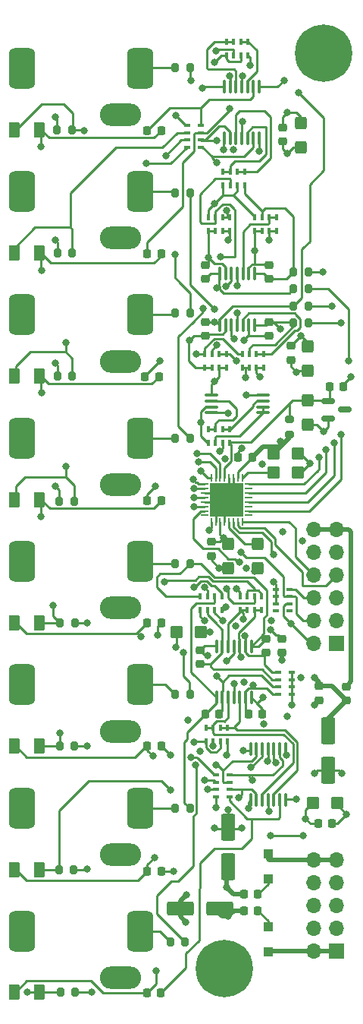
<source format=gbr>
%TF.GenerationSoftware,KiCad,Pcbnew,(6.0.7)*%
%TF.CreationDate,2022-09-10T19:48:32+02:00*%
%TF.ProjectId,eurorack-pmod-pcb,6575726f-7261-4636-9b2d-706d6f642d70,rev?*%
%TF.SameCoordinates,Original*%
%TF.FileFunction,Copper,L1,Top*%
%TF.FilePolarity,Positive*%
%FSLAX46Y46*%
G04 Gerber Fmt 4.6, Leading zero omitted, Abs format (unit mm)*
G04 Created by KiCad (PCBNEW (6.0.7)) date 2022-09-10 19:48:32*
%MOMM*%
%LPD*%
G01*
G04 APERTURE LIST*
G04 Aperture macros list*
%AMRoundRect*
0 Rectangle with rounded corners*
0 $1 Rounding radius*
0 $2 $3 $4 $5 $6 $7 $8 $9 X,Y pos of 4 corners*
0 Add a 4 corners polygon primitive as box body*
4,1,4,$2,$3,$4,$5,$6,$7,$8,$9,$2,$3,0*
0 Add four circle primitives for the rounded corners*
1,1,$1+$1,$2,$3*
1,1,$1+$1,$4,$5*
1,1,$1+$1,$6,$7*
1,1,$1+$1,$8,$9*
0 Add four rect primitives between the rounded corners*
20,1,$1+$1,$2,$3,$4,$5,0*
20,1,$1+$1,$4,$5,$6,$7,0*
20,1,$1+$1,$6,$7,$8,$9,0*
20,1,$1+$1,$8,$9,$2,$3,0*%
G04 Aperture macros list end*
%TA.AperFunction,SMDPad,CuDef*%
%ADD10RoundRect,0.200000X-0.200000X-0.275000X0.200000X-0.275000X0.200000X0.275000X-0.200000X0.275000X0*%
%TD*%
%TA.AperFunction,SMDPad,CuDef*%
%ADD11RoundRect,0.225000X0.250000X-0.225000X0.250000X0.225000X-0.250000X0.225000X-0.250000X-0.225000X0*%
%TD*%
%TA.AperFunction,SMDPad,CuDef*%
%ADD12RoundRect,0.250000X-0.375000X-0.625000X0.375000X-0.625000X0.375000X0.625000X-0.375000X0.625000X0*%
%TD*%
%TA.AperFunction,SMDPad,CuDef*%
%ADD13RoundRect,0.100000X-0.100000X0.637500X-0.100000X-0.637500X0.100000X-0.637500X0.100000X0.637500X0*%
%TD*%
%TA.AperFunction,SMDPad,CuDef*%
%ADD14RoundRect,0.200000X0.200000X0.275000X-0.200000X0.275000X-0.200000X-0.275000X0.200000X-0.275000X0*%
%TD*%
%TA.AperFunction,SMDPad,CuDef*%
%ADD15RoundRect,0.225000X0.225000X0.250000X-0.225000X0.250000X-0.225000X-0.250000X0.225000X-0.250000X0*%
%TD*%
%TA.AperFunction,SMDPad,CuDef*%
%ADD16RoundRect,0.225000X-0.225000X-0.250000X0.225000X-0.250000X0.225000X0.250000X-0.225000X0.250000X0*%
%TD*%
%TA.AperFunction,SMDPad,CuDef*%
%ADD17R,1.100000X1.100000*%
%TD*%
%TA.AperFunction,SMDPad,CuDef*%
%ADD18RoundRect,0.250000X-0.450000X-0.425000X0.450000X-0.425000X0.450000X0.425000X-0.450000X0.425000X0*%
%TD*%
%TA.AperFunction,SMDPad,CuDef*%
%ADD19R,0.430000X0.760000*%
%TD*%
%TA.AperFunction,SMDPad,CuDef*%
%ADD20RoundRect,0.062500X0.062500X-0.337500X0.062500X0.337500X-0.062500X0.337500X-0.062500X-0.337500X0*%
%TD*%
%TA.AperFunction,SMDPad,CuDef*%
%ADD21RoundRect,0.062500X0.337500X-0.062500X0.337500X0.062500X-0.337500X0.062500X-0.337500X-0.062500X0*%
%TD*%
%TA.AperFunction,ComponentPad*%
%ADD22C,0.500000*%
%TD*%
%TA.AperFunction,SMDPad,CuDef*%
%ADD23R,3.700000X3.700000*%
%TD*%
%TA.AperFunction,SMDPad,CuDef*%
%ADD24RoundRect,0.218750X0.256250X-0.218750X0.256250X0.218750X-0.256250X0.218750X-0.256250X-0.218750X0*%
%TD*%
%TA.AperFunction,ComponentPad*%
%ADD25RoundRect,0.725000X-0.725000X1.575000X-0.725000X-1.575000X0.725000X-1.575000X0.725000X1.575000X0*%
%TD*%
%TA.AperFunction,ComponentPad*%
%ADD26O,4.600000X2.500000*%
%TD*%
%TA.AperFunction,SMDPad,CuDef*%
%ADD27RoundRect,0.250000X0.550000X-1.250000X0.550000X1.250000X-0.550000X1.250000X-0.550000X-1.250000X0*%
%TD*%
%TA.AperFunction,ComponentPad*%
%ADD28C,0.800000*%
%TD*%
%TA.AperFunction,ComponentPad*%
%ADD29C,6.400000*%
%TD*%
%TA.AperFunction,SMDPad,CuDef*%
%ADD30R,0.760000X0.430000*%
%TD*%
%TA.AperFunction,ComponentPad*%
%ADD31R,1.700000X1.700000*%
%TD*%
%TA.AperFunction,ComponentPad*%
%ADD32O,1.700000X1.700000*%
%TD*%
%TA.AperFunction,SMDPad,CuDef*%
%ADD33RoundRect,0.250000X-0.425000X0.450000X-0.425000X-0.450000X0.425000X-0.450000X0.425000X0.450000X0*%
%TD*%
%TA.AperFunction,SMDPad,CuDef*%
%ADD34RoundRect,0.250000X0.450000X0.425000X-0.450000X0.425000X-0.450000X-0.425000X0.450000X-0.425000X0*%
%TD*%
%TA.AperFunction,SMDPad,CuDef*%
%ADD35RoundRect,0.250000X0.425000X-0.450000X0.425000X0.450000X-0.425000X0.450000X-0.425000X-0.450000X0*%
%TD*%
%TA.AperFunction,SMDPad,CuDef*%
%ADD36RoundRect,0.225000X-0.250000X0.225000X-0.250000X-0.225000X0.250000X-0.225000X0.250000X0.225000X0*%
%TD*%
%TA.AperFunction,SMDPad,CuDef*%
%ADD37RoundRect,0.218750X-0.218750X-0.256250X0.218750X-0.256250X0.218750X0.256250X-0.218750X0.256250X0*%
%TD*%
%TA.AperFunction,SMDPad,CuDef*%
%ADD38RoundRect,0.150000X-0.587500X-0.150000X0.587500X-0.150000X0.587500X0.150000X-0.587500X0.150000X0*%
%TD*%
%TA.AperFunction,SMDPad,CuDef*%
%ADD39RoundRect,0.200000X-0.275000X0.200000X-0.275000X-0.200000X0.275000X-0.200000X0.275000X0.200000X0*%
%TD*%
%TA.AperFunction,SMDPad,CuDef*%
%ADD40RoundRect,0.100000X0.100000X-0.637500X0.100000X0.637500X-0.100000X0.637500X-0.100000X-0.637500X0*%
%TD*%
%TA.AperFunction,SMDPad,CuDef*%
%ADD41RoundRect,0.100000X0.637500X0.100000X-0.637500X0.100000X-0.637500X-0.100000X0.637500X-0.100000X0*%
%TD*%
%TA.AperFunction,SMDPad,CuDef*%
%ADD42RoundRect,0.250000X-0.550000X1.250000X-0.550000X-1.250000X0.550000X-1.250000X0.550000X1.250000X0*%
%TD*%
%TA.AperFunction,SMDPad,CuDef*%
%ADD43RoundRect,0.250000X-1.250000X-0.550000X1.250000X-0.550000X1.250000X0.550000X-1.250000X0.550000X0*%
%TD*%
%TA.AperFunction,ViaPad*%
%ADD44C,0.800000*%
%TD*%
%TA.AperFunction,Conductor*%
%ADD45C,0.250000*%
%TD*%
%TA.AperFunction,Conductor*%
%ADD46C,0.254000*%
%TD*%
%TA.AperFunction,Conductor*%
%ADD47C,0.508000*%
%TD*%
G04 APERTURE END LIST*
D10*
%TO.P,R5,1*%
%TO.N,Net-(J4-PadT)*%
X-825000Y-19685000D03*
%TO.P,R5,2*%
%TO.N,Net-(C22-Pad1)*%
X825000Y-19685000D03*
%TD*%
D11*
%TO.P,C20,1*%
%TO.N,Net-(C20-Pad1)*%
X2540000Y-35573000D03*
%TO.P,C20,2*%
%TO.N,Net-(C20-Pad2)*%
X2540000Y-34023000D03*
%TD*%
D12*
%TO.P,D8,2,AK*%
%TO.N,Net-(D8-Pad2)*%
X-16024400Y-81330800D03*
%TO.P,D8,1,KA*%
%TO.N,Net-(C31-Pad2)*%
X-18824400Y-81330800D03*
%TD*%
D13*
%TO.P,U7,1*%
%TO.N,Net-(C29-Pad2)*%
X11475000Y-81592500D03*
%TO.P,U7,2,-*%
%TO.N,Net-(C29-Pad1)*%
X10825000Y-81592500D03*
%TO.P,U7,3,+*%
%TO.N,Net-(RN10-Pad7)*%
X10175000Y-81592500D03*
%TO.P,U7,4,V+*%
%TO.N,+12V*%
X9525000Y-81592500D03*
%TO.P,U7,5,+*%
%TO.N,Net-(RN10-Pad5)*%
X8875000Y-81592500D03*
%TO.P,U7,6,-*%
%TO.N,Net-(C31-Pad1)*%
X8225000Y-81592500D03*
%TO.P,U7,7*%
%TO.N,Net-(C31-Pad2)*%
X7575000Y-81592500D03*
%TO.P,U7,8*%
%TO.N,Net-(C33-Pad2)*%
X7575000Y-87317500D03*
%TO.P,U7,9,-*%
%TO.N,Net-(C33-Pad1)*%
X8225000Y-87317500D03*
%TO.P,U7,10,+*%
%TO.N,Net-(RN14-Pad7)*%
X8875000Y-87317500D03*
%TO.P,U7,11,V-*%
%TO.N,-12V*%
X9525000Y-87317500D03*
%TO.P,U7,12,+*%
%TO.N,Net-(RN14-Pad5)*%
X10175000Y-87317500D03*
%TO.P,U7,13,-*%
%TO.N,Net-(C35-Pad1)*%
X10825000Y-87317500D03*
%TO.P,U7,14*%
%TO.N,Net-(C35-Pad2)*%
X11475000Y-87317500D03*
%TD*%
D14*
%TO.P,R14,1*%
%TO.N,Net-(C28-Pad2)*%
X825000Y-60960000D03*
%TO.P,R14,2*%
%TO.N,Net-(J7-PadT)*%
X-825000Y-60960000D03*
%TD*%
D10*
%TO.P,R9,1*%
%TO.N,Net-(C24-Pad2)*%
X12383000Y-28448000D03*
%TO.P,R9,2*%
%TO.N,/dual_mono_inputs2/IN1_3V*%
X14033000Y-28448000D03*
%TD*%
D15*
%TO.P,C4,1*%
%TO.N,+3.3VA*%
X7760000Y-49149000D03*
%TO.P,C4,2*%
%TO.N,GND*%
X6210000Y-49149000D03*
%TD*%
D11*
%TO.P,C15,1*%
%TO.N,+12V*%
X11049000Y-70879000D03*
%TO.P,C15,2*%
%TO.N,GND*%
X11049000Y-69329000D03*
%TD*%
D10*
%TO.P,R4,1*%
%TO.N,GND*%
X-14033000Y-12598400D03*
%TO.P,R4,2*%
%TO.N,Net-(D3-Pad1)*%
X-12383000Y-12598400D03*
%TD*%
D14*
%TO.P,R15,1*%
%TO.N,GND*%
X-12052800Y-67614800D03*
%TO.P,R15,2*%
%TO.N,Net-(D7-Pad2)*%
X-13702800Y-67614800D03*
%TD*%
D12*
%TO.P,D5,2,AK*%
%TO.N,Net-(C25-Pad2)*%
X-16024400Y-40081200D03*
%TO.P,D5,1,KA*%
%TO.N,Net-(D5-Pad1)*%
X-18824400Y-40081200D03*
%TD*%
D16*
%TO.P,C23,1*%
%TO.N,Net-(C23-Pad1)*%
X-3950000Y-26416000D03*
%TO.P,C23,2*%
%TO.N,Net-(C23-Pad2)*%
X-2400000Y-26416000D03*
%TD*%
D17*
%TO.P,D2,1,K*%
%TO.N,Net-(D2-Pad1)*%
X9525000Y-104270000D03*
%TO.P,D2,2,A*%
%TO.N,Net-(D2-Pad2)*%
X9525000Y-101470000D03*
%TD*%
D10*
%TO.P,R6,1*%
%TO.N,Net-(C22-Pad2)*%
X12383000Y-34163000D03*
%TO.P,R6,2*%
%TO.N,/dual_mono_inputs1/IN2_3V*%
X14033000Y-34163000D03*
%TD*%
D18*
%TO.P,C11,1*%
%TO.N,Net-(C11-Pad1)*%
X10160000Y-50800000D03*
%TO.P,C11,2*%
%TO.N,GND*%
X12860000Y-50800000D03*
%TD*%
D12*
%TO.P,D7,2,AK*%
%TO.N,Net-(D7-Pad2)*%
X-15999000Y-67564000D03*
%TO.P,D7,1,KA*%
%TO.N,Net-(C29-Pad2)*%
X-18799000Y-67564000D03*
%TD*%
D15*
%TO.P,C31,1*%
%TO.N,Net-(C31-Pad1)*%
X-2400000Y-81280000D03*
%TO.P,C31,2*%
%TO.N,Net-(C31-Pad2)*%
X-3950000Y-81280000D03*
%TD*%
D16*
%TO.P,C34,1*%
%TO.N,Net-(C34-Pad1)*%
X7353000Y-77724000D03*
%TO.P,C34,2*%
%TO.N,Net-(C34-Pad2)*%
X8903000Y-77724000D03*
%TD*%
D11*
%TO.P,C22,1*%
%TO.N,Net-(C22-Pad1)*%
X9652000Y-35573000D03*
%TO.P,C22,2*%
%TO.N,Net-(C22-Pad2)*%
X9652000Y-34023000D03*
%TD*%
D19*
%TO.P,RN14,1,R1.1*%
%TO.N,/-VCOM*%
X2610000Y-80770000D03*
%TO.P,RN14,2,R2.1*%
%TO.N,/dual_mono_outputs2/OUT1*%
X3410000Y-80770000D03*
%TO.P,RN14,3,R3.1*%
%TO.N,/-VCOM*%
X4210000Y-80770000D03*
%TO.P,RN14,4,R4.1*%
%TO.N,/dual_mono_outputs2/OUT2*%
X5010000Y-80770000D03*
%TO.P,RN14,5,R4.2*%
%TO.N,Net-(RN14-Pad5)*%
X5010000Y-79250000D03*
%TO.P,RN14,6,R3.2*%
X4210000Y-79250000D03*
%TO.P,RN14,7,R2.2*%
%TO.N,Net-(RN14-Pad7)*%
X3410000Y-79250000D03*
%TO.P,RN14,8,R1.2*%
X2610000Y-79250000D03*
%TD*%
D12*
%TO.P,D6,2,AK*%
%TO.N,Net-(C27-Pad2)*%
X-16024400Y-53822600D03*
%TO.P,D6,1,KA*%
%TO.N,Net-(D6-Pad1)*%
X-18824400Y-53822600D03*
%TD*%
D14*
%TO.P,R18,1*%
%TO.N,Net-(C32-Pad2)*%
X825000Y-88265000D03*
%TO.P,R18,2*%
%TO.N,Net-(J9-PadT)*%
X-825000Y-88265000D03*
%TD*%
D16*
%TO.P,C9,1*%
%TO.N,/VREFH*%
X16375000Y-41275000D03*
%TO.P,C9,2*%
%TO.N,GND*%
X17925000Y-41275000D03*
%TD*%
%TO.P,C25,1*%
%TO.N,Net-(C25-Pad1)*%
X-4204000Y-40132000D03*
%TO.P,C25,2*%
%TO.N,Net-(C25-Pad2)*%
X-2654000Y-40132000D03*
%TD*%
D20*
%TO.P,U3,1,SDIN1*%
%TO.N,/SDIN1*%
X3175000Y-56290000D03*
%TO.P,U3,2,SDIN2*%
%TO.N,GND*%
X3675000Y-56290000D03*
%TO.P,U3,3,TVDD*%
%TO.N,VDD*%
X4175000Y-56290000D03*
%TO.P,U3,4,VSS2*%
%TO.N,GND*%
X4675000Y-56290000D03*
%TO.P,U3,5,AVDRV*%
%TO.N,Net-(C10-Pad1)*%
X5175000Y-56290000D03*
%TO.P,U3,6,LRCK*%
%TO.N,/LRCK*%
X5675000Y-56290000D03*
%TO.P,U3,7,BICK*%
%TO.N,/BICK*%
X6175000Y-56290000D03*
%TO.P,U3,8,MCLK*%
%TO.N,/MCLK*%
X6675000Y-56290000D03*
D21*
%TO.P,U3,9,IN4N/AIN5R/GND6R*%
%TO.N,unconnected-(U3-Pad9)*%
X7375000Y-55590000D03*
%TO.P,U3,10,IN4P/AIN4R/AIN6R*%
%TO.N,/dual_mono_inputs2/IN2_3V*%
X7375000Y-55090000D03*
%TO.P,U3,11,IN3N/AIN5L/GND6L*%
%TO.N,unconnected-(U3-Pad11)*%
X7375000Y-54590000D03*
%TO.P,U3,12,IN3P/AIN4L/AIN6L*%
%TO.N,/dual_mono_inputs2/IN1_3V*%
X7375000Y-54090000D03*
%TO.P,U3,13,IN2N/AIN2R/GND3R*%
%TO.N,unconnected-(U3-Pad13)*%
X7375000Y-53590000D03*
%TO.P,U3,14,IN2P/AIN1R/AIN3R*%
%TO.N,/dual_mono_inputs1/IN2_3V*%
X7375000Y-53090000D03*
%TO.P,U3,15,IN1N/AIN2L/GND3L*%
%TO.N,unconnected-(U3-Pad15)*%
X7375000Y-52590000D03*
%TO.P,U3,16,IN1P/AIN1L/AIN3L*%
%TO.N,/dual_mono_inputs1/IN1_3V*%
X7375000Y-52090000D03*
D20*
%TO.P,U3,17,VCOM*%
%TO.N,Net-(C11-Pad1)*%
X6675000Y-51390000D03*
%TO.P,U3,18,AVDD*%
%TO.N,+3.3VA*%
X6175000Y-51390000D03*
%TO.P,U3,19,VSS1*%
%TO.N,GND*%
X5675000Y-51390000D03*
%TO.P,U3,20,VREFL*%
X5175000Y-51390000D03*
%TO.P,U3,21,VREFH*%
%TO.N,/VREFH*%
X4675000Y-51390000D03*
%TO.P,U3,22,AOUT1L*%
%TO.N,/dual_mono_outputs1/OUT1*%
X4175000Y-51390000D03*
%TO.P,U3,23,AOUT1R*%
%TO.N,/dual_mono_outputs1/OUT2*%
X3675000Y-51390000D03*
%TO.P,U3,24,AOUT2L*%
%TO.N,/dual_mono_outputs2/OUT1*%
X3175000Y-51390000D03*
D21*
%TO.P,U3,25,AOUT2R*%
%TO.N,/dual_mono_outputs2/OUT2*%
X2475000Y-52090000D03*
%TO.P,U3,26,PDN*%
%TO.N,/PDN*%
X2475000Y-52590000D03*
%TO.P,U3,27,CAD/~{CS}*%
%TO.N,GND*%
X2475000Y-53090000D03*
%TO.P,U3,28,SCL/SCLK*%
%TO.N,/SCL*%
X2475000Y-53590000D03*
%TO.P,U3,29,SI*%
%TO.N,GND*%
X2475000Y-54090000D03*
%TO.P,U3,30,SDA/SO*%
%TO.N,/SDA*%
X2475000Y-54590000D03*
%TO.P,U3,31,SDOUT1*%
%TO.N,/SDOUT1*%
X2475000Y-55090000D03*
%TO.P,U3,32,SDOUT2*%
%TO.N,unconnected-(U3-Pad32)*%
X2475000Y-55590000D03*
D22*
%TO.P,U3,33,PAD*%
%TO.N,GND*%
X3925000Y-53840000D03*
X4925000Y-54840000D03*
X5925000Y-53840000D03*
X5925000Y-52840000D03*
X4925000Y-52840000D03*
X3925000Y-54840000D03*
X4925000Y-53840000D03*
X5925000Y-54840000D03*
X3925000Y-52840000D03*
D23*
X4925000Y-53840000D03*
%TD*%
D11*
%TO.P,C17,1*%
%TO.N,GND*%
X11176000Y-13932200D03*
%TO.P,C17,2*%
%TO.N,-12V*%
X11176000Y-12382200D03*
%TD*%
D24*
%TO.P,L3,1*%
%TO.N,VDD*%
X18268148Y-76222314D03*
%TO.P,L3,2*%
%TO.N,Net-(J2-Pad11)*%
X18268148Y-74647314D03*
%TD*%
D25*
%TO.P,J6,S*%
%TO.N,GND*%
X-17970000Y-46964776D03*
%TO.P,J6,T*%
%TO.N,Net-(J6-PadT)*%
X-4770000Y-46964776D03*
D26*
%TO.P,J6,TN*%
%TO.N,GND*%
X-6970000Y-52164776D03*
%TD*%
D15*
%TO.P,C33,1*%
%TO.N,Net-(C33-Pad1)*%
X-2400000Y-95250000D03*
%TO.P,C33,2*%
%TO.N,Net-(C33-Pad2)*%
X-3950000Y-95250000D03*
%TD*%
D19*
%TO.P,RN11,1,R1.1*%
%TO.N,Net-(C28-Pad1)*%
X1975000Y-66165000D03*
%TO.P,RN11,2,R2.1*%
%TO.N,Net-(C30-Pad1)*%
X2775000Y-66165000D03*
%TO.P,RN11,3,R3.1*%
%TO.N,Net-(C32-Pad1)*%
X3575000Y-66165000D03*
%TO.P,RN11,4,R4.1*%
%TO.N,Net-(C34-Pad1)*%
X4375000Y-66165000D03*
%TO.P,RN11,5,R4.2*%
%TO.N,Net-(C34-Pad2)*%
X4375000Y-64645000D03*
%TO.P,RN11,6,R3.2*%
%TO.N,Net-(C32-Pad2)*%
X3575000Y-64645000D03*
%TO.P,RN11,7,R2.2*%
%TO.N,Net-(C30-Pad2)*%
X2775000Y-64645000D03*
%TO.P,RN11,8,R1.2*%
%TO.N,Net-(C28-Pad2)*%
X1975000Y-64645000D03*
%TD*%
D24*
%TO.P,L4,1*%
%TO.N,+3.3VA*%
X15240000Y-76200000D03*
%TO.P,L4,2*%
%TO.N,VDD*%
X15240000Y-74625000D03*
%TD*%
D27*
%TO.P,C1,1*%
%TO.N,+12V*%
X5080000Y-94783000D03*
%TO.P,C1,2*%
%TO.N,GND*%
X5080000Y-90383000D03*
%TD*%
D19*
%TO.P,RN2,1,R1.1*%
%TO.N,Net-(RN2-Pad1)*%
X5264000Y-45976000D03*
%TO.P,RN2,2,R2.1*%
X4464000Y-45976000D03*
%TO.P,RN2,3,R3.1*%
%TO.N,Net-(RN2-Pad3)*%
X3664000Y-45976000D03*
%TO.P,RN2,4,R4.1*%
X2864000Y-45976000D03*
%TO.P,RN2,5,R4.2*%
%TO.N,/-VCOM*%
X2864000Y-47496000D03*
%TO.P,RN2,6,R3.2*%
%TO.N,Net-(RN2-Pad6)*%
X3664000Y-47496000D03*
%TO.P,RN2,7,R2.2*%
%TO.N,GND*%
X4464000Y-47496000D03*
%TO.P,RN2,8,R1.2*%
%TO.N,/VREFH*%
X5264000Y-47496000D03*
%TD*%
D28*
%TO.P,REF\u002A\u002A,1*%
%TO.N,N/C*%
X17445056Y-5761056D03*
X14050944Y-5761056D03*
X18148000Y-4064000D03*
D29*
X15748000Y-4064000D03*
D28*
X17445056Y-2366944D03*
X13348000Y-4064000D03*
X14050944Y-2366944D03*
X15748000Y-1664000D03*
X15748000Y-6464000D03*
%TD*%
D30*
%TO.P,RN13,1,R1.1*%
%TO.N,Net-(D7-Pad2)*%
X3685000Y-84525000D03*
%TO.P,RN13,2,R2.1*%
%TO.N,Net-(D8-Pad2)*%
X3685000Y-85325000D03*
%TO.P,RN13,3,R3.1*%
%TO.N,Net-(D9-Pad2)*%
X3685000Y-86125000D03*
%TO.P,RN13,4,R4.1*%
%TO.N,Net-(D10-Pad2)*%
X3685000Y-86925000D03*
%TO.P,RN13,5,R4.2*%
%TO.N,Net-(C35-Pad1)*%
X5205000Y-86925000D03*
%TO.P,RN13,6,R3.2*%
%TO.N,Net-(C33-Pad1)*%
X5205000Y-86125000D03*
%TO.P,RN13,7,R2.2*%
%TO.N,Net-(C31-Pad1)*%
X5205000Y-85325000D03*
%TO.P,RN13,8,R1.2*%
%TO.N,Net-(C29-Pad1)*%
X5205000Y-84525000D03*
%TD*%
%TO.P,RN12,1,R1.1*%
%TO.N,Net-(C28-Pad1)*%
X10670000Y-73095000D03*
%TO.P,RN12,2,R2.1*%
%TO.N,Net-(C30-Pad1)*%
X10670000Y-73895000D03*
%TO.P,RN12,3,R3.1*%
%TO.N,Net-(C32-Pad1)*%
X10670000Y-74695000D03*
%TO.P,RN12,4,R4.1*%
%TO.N,Net-(C34-Pad1)*%
X10670000Y-75495000D03*
%TO.P,RN12,5,R4.2*%
%TO.N,GND*%
X12190000Y-75495000D03*
%TO.P,RN12,6,R3.2*%
X12190000Y-74695000D03*
%TO.P,RN12,7,R2.2*%
X12190000Y-73895000D03*
%TO.P,RN12,8,R1.2*%
X12190000Y-73095000D03*
%TD*%
D31*
%TO.P,J1,1,Pin_1*%
%TO.N,Net-(D2-Pad1)*%
X17145000Y-104135000D03*
D32*
%TO.P,J1,2,Pin_2*%
X14605000Y-104135000D03*
%TO.P,J1,3,Pin_3*%
%TO.N,GND*%
X17145000Y-101595000D03*
%TO.P,J1,4,Pin_4*%
X14605000Y-101595000D03*
%TO.P,J1,5,Pin_5*%
X17145000Y-99055000D03*
%TO.P,J1,6,Pin_6*%
X14605000Y-99055000D03*
%TO.P,J1,7,Pin_7*%
X17145000Y-96515000D03*
%TO.P,J1,8,Pin_8*%
X14605000Y-96515000D03*
%TO.P,J1,9,Pin_9*%
%TO.N,Net-(D1-Pad2)*%
X17145000Y-93975000D03*
%TO.P,J1,10,Pin_10*%
X14605000Y-93975000D03*
%TD*%
D19*
%TO.P,RN7,1,R1.1*%
%TO.N,Net-(C24-Pad1)*%
X8052000Y-23872000D03*
%TO.P,RN7,2,R2.1*%
X8852000Y-23872000D03*
%TO.P,RN7,3,R3.1*%
%TO.N,GND*%
X9652000Y-23872000D03*
%TO.P,RN7,4,R4.1*%
X10452000Y-23872000D03*
%TO.P,RN7,5,R4.2*%
%TO.N,Net-(RN7-Pad5)*%
X10452000Y-22352000D03*
%TO.P,RN7,6,R3.2*%
X9652000Y-22352000D03*
%TO.P,RN7,7,R2.2*%
%TO.N,Net-(C24-Pad2)*%
X8852000Y-22352000D03*
%TO.P,RN7,8,R1.2*%
%TO.N,/-VCOM*%
X8052000Y-22352000D03*
%TD*%
D10*
%TO.P,R11,1*%
%TO.N,Net-(J6-PadT)*%
X-825000Y-46990000D03*
%TO.P,R11,2*%
%TO.N,Net-(C26-Pad1)*%
X825000Y-46990000D03*
%TD*%
D33*
%TO.P,C12,1*%
%TO.N,+12V*%
X13970000Y-36750000D03*
%TO.P,C12,2*%
%TO.N,GND*%
X13970000Y-39450000D03*
%TD*%
D10*
%TO.P,R2,1*%
%TO.N,Net-(J3-PadT)*%
X-825000Y-5715000D03*
%TO.P,R2,2*%
%TO.N,Net-(C20-Pad1)*%
X825000Y-5715000D03*
%TD*%
D14*
%TO.P,R20,1*%
%TO.N,Net-(C34-Pad2)*%
X266200Y-103124000D03*
%TO.P,R20,2*%
%TO.N,Net-(J10-PadT)*%
X-1383800Y-103124000D03*
%TD*%
%TO.P,R21,1*%
%TO.N,GND*%
X-12027400Y-108712000D03*
%TO.P,R21,2*%
%TO.N,Net-(D10-Pad2)*%
X-13677400Y-108712000D03*
%TD*%
D19*
%TO.P,RN3,1,R1.1*%
%TO.N,Net-(C20-Pad1)*%
X2464000Y-39112000D03*
%TO.P,RN3,2,R2.1*%
X3264000Y-39112000D03*
%TO.P,RN3,3,R3.1*%
%TO.N,GND*%
X4064000Y-39112000D03*
%TO.P,RN3,4,R4.1*%
X4864000Y-39112000D03*
%TO.P,RN3,5,R4.2*%
%TO.N,Net-(RN3-Pad5)*%
X4864000Y-37592000D03*
%TO.P,RN3,6,R3.2*%
X4064000Y-37592000D03*
%TO.P,RN3,7,R2.2*%
%TO.N,Net-(C20-Pad2)*%
X3264000Y-37592000D03*
%TO.P,RN3,8,R1.2*%
%TO.N,/-VCOM*%
X2464000Y-37592000D03*
%TD*%
D12*
%TO.P,D3,2,AK*%
%TO.N,Net-(C21-Pad2)*%
X-15999000Y-12598400D03*
%TO.P,D3,1,KA*%
%TO.N,Net-(D3-Pad1)*%
X-18799000Y-12598400D03*
%TD*%
D25*
%TO.P,J3,S*%
%TO.N,GND*%
X-17970000Y-5735611D03*
%TO.P,J3,T*%
%TO.N,Net-(J3-PadT)*%
X-4770000Y-5735611D03*
D26*
%TO.P,J3,TN*%
%TO.N,GND*%
X-6970000Y-10935611D03*
%TD*%
D34*
%TO.P,C14,1*%
%TO.N,+12V*%
X1985000Y-68580000D03*
%TO.P,C14,2*%
%TO.N,GND*%
X-715000Y-68580000D03*
%TD*%
D17*
%TO.P,D1,1,K*%
%TO.N,Net-(D1-Pad1)*%
X9525000Y-96142000D03*
%TO.P,D1,2,A*%
%TO.N,Net-(D1-Pad2)*%
X9525000Y-93342000D03*
%TD*%
D35*
%TO.P,C16,1*%
%TO.N,GND*%
X13208000Y-14558000D03*
%TO.P,C16,2*%
%TO.N,-12V*%
X13208000Y-11858000D03*
%TD*%
D18*
%TO.P,C3,1*%
%TO.N,+3.3VA*%
X10160000Y-48691800D03*
%TO.P,C3,2*%
%TO.N,GND*%
X12860000Y-48691800D03*
%TD*%
D14*
%TO.P,R17,1*%
%TO.N,GND*%
X-12090400Y-81330800D03*
%TO.P,R17,2*%
%TO.N,Net-(D8-Pad2)*%
X-13740400Y-81330800D03*
%TD*%
D36*
%TO.P,C6,1*%
%TO.N,VDD*%
X3175000Y-58534000D03*
%TO.P,C6,2*%
%TO.N,GND*%
X3175000Y-60084000D03*
%TD*%
D15*
%TO.P,C35,1*%
%TO.N,Net-(C35-Pad1)*%
X-2430543Y-108812750D03*
%TO.P,C35,2*%
%TO.N,Net-(C35-Pad2)*%
X-3980543Y-108812750D03*
%TD*%
D34*
%TO.P,C18,1*%
%TO.N,GND*%
X17225000Y-87630000D03*
%TO.P,C18,2*%
%TO.N,-12V*%
X14525000Y-87630000D03*
%TD*%
D11*
%TO.P,C30,1*%
%TO.N,Net-(C30-Pad1)*%
X1905000Y-72149000D03*
%TO.P,C30,2*%
%TO.N,Net-(C30-Pad2)*%
X1905000Y-70599000D03*
%TD*%
D16*
%TO.P,C27,1*%
%TO.N,Net-(C27-Pad1)*%
X-3950000Y-53975000D03*
%TO.P,C27,2*%
%TO.N,Net-(C27-Pad2)*%
X-2400000Y-53975000D03*
%TD*%
D33*
%TO.P,C5,1*%
%TO.N,VDD*%
X5080000Y-58771800D03*
%TO.P,C5,2*%
%TO.N,GND*%
X5080000Y-61471800D03*
%TD*%
D19*
%TO.P,RN6,1,R1.1*%
%TO.N,Net-(C22-Pad1)*%
X6640295Y-39107713D03*
%TO.P,RN6,2,R2.1*%
X7440295Y-39107713D03*
%TO.P,RN6,3,R3.1*%
%TO.N,GND*%
X8240295Y-39107713D03*
%TO.P,RN6,4,R4.1*%
X9040295Y-39107713D03*
%TO.P,RN6,5,R4.2*%
%TO.N,Net-(RN6-Pad5)*%
X9040295Y-37587713D03*
%TO.P,RN6,6,R3.2*%
X8240295Y-37587713D03*
%TO.P,RN6,7,R2.2*%
%TO.N,Net-(C22-Pad2)*%
X7440295Y-37587713D03*
%TO.P,RN6,8,R1.2*%
%TO.N,/-VCOM*%
X6640295Y-37587713D03*
%TD*%
D13*
%TO.P,U5,1*%
%TO.N,Net-(C21-Pad2)*%
X8554000Y-7805500D03*
%TO.P,U5,2,-*%
%TO.N,Net-(C21-Pad1)*%
X7904000Y-7805500D03*
%TO.P,U5,3,+*%
%TO.N,Net-(RN4-Pad1)*%
X7254000Y-7805500D03*
%TO.P,U5,4,V+*%
%TO.N,+12V*%
X6604000Y-7805500D03*
%TO.P,U5,5,+*%
%TO.N,Net-(RN4-Pad3)*%
X5954000Y-7805500D03*
%TO.P,U5,6,-*%
%TO.N,Net-(C23-Pad1)*%
X5304000Y-7805500D03*
%TO.P,U5,7*%
%TO.N,Net-(C23-Pad2)*%
X4654000Y-7805500D03*
%TO.P,U5,8*%
%TO.N,Net-(C25-Pad2)*%
X4654000Y-13530500D03*
%TO.P,U5,9,-*%
%TO.N,Net-(C25-Pad1)*%
X5304000Y-13530500D03*
%TO.P,U5,10,+*%
%TO.N,Net-(RN8-Pad1)*%
X5954000Y-13530500D03*
%TO.P,U5,11,V-*%
%TO.N,-12V*%
X6604000Y-13530500D03*
%TO.P,U5,12,+*%
%TO.N,Net-(RN8-Pad3)*%
X7254000Y-13530500D03*
%TO.P,U5,13,-*%
%TO.N,Net-(C27-Pad1)*%
X7904000Y-13530500D03*
%TO.P,U5,14*%
%TO.N,Net-(C27-Pad2)*%
X8554000Y-13530500D03*
%TD*%
D37*
%TO.P,L2,1*%
%TO.N,-12V*%
X6832500Y-99645452D03*
%TO.P,L2,2*%
%TO.N,Net-(D2-Pad2)*%
X8407500Y-99645452D03*
%TD*%
D38*
%TO.P,U1,1,K*%
%TO.N,/VREFH*%
X16207500Y-42865000D03*
%TO.P,U1,2,A*%
%TO.N,GND*%
X16207500Y-44765000D03*
%TO.P,U1,3*%
%TO.N,N/C*%
X18082500Y-43815000D03*
%TD*%
D11*
%TO.P,C28,1*%
%TO.N,Net-(C28-Pad1)*%
X9271000Y-70879000D03*
%TO.P,C28,2*%
%TO.N,Net-(C28-Pad2)*%
X9271000Y-69329000D03*
%TD*%
D15*
%TO.P,C19,1*%
%TO.N,GND*%
X16700800Y-89966800D03*
%TO.P,C19,2*%
%TO.N,-12V*%
X15150800Y-89966800D03*
%TD*%
D14*
%TO.P,R16,1*%
%TO.N,Net-(C30-Pad2)*%
X825000Y-75565000D03*
%TO.P,R16,2*%
%TO.N,Net-(J8-PadT)*%
X-825000Y-75565000D03*
%TD*%
D25*
%TO.P,J7,S*%
%TO.N,GND*%
X-17970000Y-60707831D03*
%TO.P,J7,T*%
%TO.N,Net-(J7-PadT)*%
X-4770000Y-60707831D03*
D26*
%TO.P,J7,TN*%
%TO.N,unconnected-(J7-PadTN)*%
X-6970000Y-65907831D03*
%TD*%
D39*
%TO.P,R1,1*%
%TO.N,/VREFH*%
X11938000Y-44895000D03*
%TO.P,R1,2*%
%TO.N,+3.3VA*%
X11938000Y-46545000D03*
%TD*%
D10*
%TO.P,R12,1*%
%TO.N,Net-(C26-Pad2)*%
X12383000Y-30353000D03*
%TO.P,R12,2*%
%TO.N,/dual_mono_inputs2/IN2_3V*%
X14033000Y-30353000D03*
%TD*%
D25*
%TO.P,J4,S*%
%TO.N,GND*%
X-17970000Y-19478666D03*
%TO.P,J4,T*%
%TO.N,Net-(J4-PadT)*%
X-4770000Y-19478666D03*
D26*
%TO.P,J4,TN*%
%TO.N,GND*%
X-6970000Y-24678666D03*
%TD*%
D25*
%TO.P,J10,S*%
%TO.N,GND*%
X-17970000Y-101937000D03*
%TO.P,J10,T*%
%TO.N,Net-(J10-PadT)*%
X-4770000Y-101937000D03*
D26*
%TO.P,J10,TN*%
%TO.N,unconnected-(J10-PadTN)*%
X-6970000Y-107137000D03*
%TD*%
D37*
%TO.P,L1,1*%
%TO.N,+12V*%
X6832500Y-97795000D03*
%TO.P,L1,2*%
%TO.N,Net-(D1-Pad1)*%
X8407500Y-97795000D03*
%TD*%
D19*
%TO.P,RN8,1,R1.1*%
%TO.N,Net-(RN8-Pad1)*%
X6896000Y-17272000D03*
%TO.P,RN8,2,R2.1*%
X6096000Y-17272000D03*
%TO.P,RN8,3,R3.1*%
%TO.N,Net-(RN8-Pad3)*%
X5296000Y-17272000D03*
%TO.P,RN8,4,R4.1*%
X4496000Y-17272000D03*
%TO.P,RN8,5,R4.2*%
%TO.N,/-VCOM*%
X4496000Y-18792000D03*
%TO.P,RN8,6,R3.2*%
%TO.N,Net-(C26-Pad2)*%
X5296000Y-18792000D03*
%TO.P,RN8,7,R2.2*%
%TO.N,/-VCOM*%
X6096000Y-18792000D03*
%TO.P,RN8,8,R1.2*%
%TO.N,Net-(C24-Pad2)*%
X6896000Y-18792000D03*
%TD*%
D25*
%TO.P,J5,S*%
%TO.N,GND*%
X-17970000Y-33221721D03*
%TO.P,J5,T*%
%TO.N,Net-(J5-PadT)*%
X-4770000Y-33221721D03*
D26*
%TO.P,J5,TN*%
%TO.N,GND*%
X-6970000Y-38421721D03*
%TD*%
D10*
%TO.P,R13,1*%
%TO.N,GND*%
X-13804400Y-54000400D03*
%TO.P,R13,2*%
%TO.N,Net-(D6-Pad1)*%
X-12154400Y-54000400D03*
%TD*%
%TO.P,R8,1*%
%TO.N,Net-(J5-PadT)*%
X-825000Y-33020000D03*
%TO.P,R8,2*%
%TO.N,Net-(C24-Pad1)*%
X825000Y-33020000D03*
%TD*%
D36*
%TO.P,C13,1*%
%TO.N,+12V*%
X12065000Y-36690000D03*
%TO.P,C13,2*%
%TO.N,GND*%
X12065000Y-38240000D03*
%TD*%
D10*
%TO.P,R3,1*%
%TO.N,Net-(C20-Pad2)*%
X12383000Y-32258000D03*
%TO.P,R3,2*%
%TO.N,/dual_mono_inputs1/IN1_3V*%
X14033000Y-32258000D03*
%TD*%
%TO.P,R10,1*%
%TO.N,GND*%
X-13982200Y-40081200D03*
%TO.P,R10,2*%
%TO.N,Net-(D5-Pad1)*%
X-12332200Y-40081200D03*
%TD*%
D13*
%TO.P,U6,1*%
%TO.N,Net-(C28-Pad2)*%
X7665000Y-70162500D03*
%TO.P,U6,2,-*%
%TO.N,Net-(C28-Pad1)*%
X7015000Y-70162500D03*
%TO.P,U6,3,+*%
%TO.N,Net-(RN10-Pad7)*%
X6365000Y-70162500D03*
%TO.P,U6,4,V+*%
%TO.N,+12V*%
X5715000Y-70162500D03*
%TO.P,U6,5,+*%
%TO.N,Net-(RN10-Pad5)*%
X5065000Y-70162500D03*
%TO.P,U6,6,-*%
%TO.N,Net-(C30-Pad1)*%
X4415000Y-70162500D03*
%TO.P,U6,7*%
%TO.N,Net-(C30-Pad2)*%
X3765000Y-70162500D03*
%TO.P,U6,8*%
%TO.N,Net-(C32-Pad2)*%
X3765000Y-75887500D03*
%TO.P,U6,9,-*%
%TO.N,Net-(C32-Pad1)*%
X4415000Y-75887500D03*
%TO.P,U6,10,+*%
%TO.N,Net-(RN14-Pad7)*%
X5065000Y-75887500D03*
%TO.P,U6,11,V-*%
%TO.N,-12V*%
X5715000Y-75887500D03*
%TO.P,U6,12,+*%
%TO.N,Net-(RN14-Pad5)*%
X6365000Y-75887500D03*
%TO.P,U6,13,-*%
%TO.N,Net-(C34-Pad1)*%
X7015000Y-75887500D03*
%TO.P,U6,14*%
%TO.N,Net-(C34-Pad2)*%
X7665000Y-75887500D03*
%TD*%
D12*
%TO.P,D4,2,AK*%
%TO.N,Net-(C23-Pad2)*%
X-16021400Y-26339800D03*
%TO.P,D4,1,KA*%
%TO.N,Net-(D4-Pad1)*%
X-18821400Y-26339800D03*
%TD*%
D40*
%TO.P,U4,1*%
%TO.N,Net-(C20-Pad2)*%
X4146000Y-34358500D03*
%TO.P,U4,2,-*%
%TO.N,Net-(C20-Pad1)*%
X4796000Y-34358500D03*
%TO.P,U4,3,+*%
%TO.N,Net-(RN3-Pad5)*%
X5446000Y-34358500D03*
%TO.P,U4,4,V+*%
%TO.N,+12V*%
X6096000Y-34358500D03*
%TO.P,U4,5,+*%
%TO.N,Net-(RN6-Pad5)*%
X6746000Y-34358500D03*
%TO.P,U4,6,-*%
%TO.N,Net-(C22-Pad1)*%
X7396000Y-34358500D03*
%TO.P,U4,7*%
%TO.N,Net-(C22-Pad2)*%
X8046000Y-34358500D03*
%TO.P,U4,8*%
%TO.N,Net-(C24-Pad2)*%
X8046000Y-28633500D03*
%TO.P,U4,9,-*%
%TO.N,Net-(C24-Pad1)*%
X7396000Y-28633500D03*
%TO.P,U4,10,+*%
%TO.N,Net-(RN7-Pad5)*%
X6746000Y-28633500D03*
%TO.P,U4,11,V-*%
%TO.N,-12V*%
X6096000Y-28633500D03*
%TO.P,U4,12,+*%
%TO.N,Net-(RN9-Pad5)*%
X5446000Y-28633500D03*
%TO.P,U4,13,-*%
%TO.N,Net-(C26-Pad1)*%
X4796000Y-28633500D03*
%TO.P,U4,14*%
%TO.N,Net-(C26-Pad2)*%
X4146000Y-28633500D03*
%TD*%
D33*
%TO.P,C8,1*%
%TO.N,/VREFH*%
X13970000Y-42765000D03*
%TO.P,C8,2*%
%TO.N,GND*%
X13970000Y-45465000D03*
%TD*%
D28*
%TO.P,REF\u002A\u002A,1*%
%TO.N,N/C*%
X4673600Y-108521200D03*
X6370656Y-107818256D03*
X2976544Y-107818256D03*
D29*
X4673600Y-106121200D03*
D28*
X4673600Y-103721200D03*
X2273600Y-106121200D03*
X2976544Y-104424144D03*
X6370656Y-104424144D03*
X7073600Y-106121200D03*
%TD*%
D41*
%TO.P,U2,1*%
%TO.N,Net-(RN2-Pad6)*%
X8958500Y-44155000D03*
%TO.P,U2,2,-*%
X8958500Y-43505000D03*
%TO.P,U2,3,+*%
%TO.N,Net-(RN2-Pad1)*%
X8958500Y-42855000D03*
%TO.P,U2,4,V-*%
%TO.N,-12V*%
X8958500Y-42205000D03*
%TO.P,U2,5,+*%
%TO.N,GND*%
X3233500Y-42205000D03*
%TO.P,U2,6,-*%
%TO.N,Net-(RN2-Pad3)*%
X3233500Y-42855000D03*
%TO.P,U2,7*%
%TO.N,/-VCOM*%
X3233500Y-43505000D03*
%TO.P,U2,8,V+*%
%TO.N,+12V*%
X3233500Y-44155000D03*
%TD*%
D19*
%TO.P,RN9,1,R1.1*%
%TO.N,Net-(C26-Pad1)*%
X2864000Y-23872000D03*
%TO.P,RN9,2,R2.1*%
X3664000Y-23872000D03*
%TO.P,RN9,3,R3.1*%
%TO.N,GND*%
X4464000Y-23872000D03*
%TO.P,RN9,4,R4.1*%
X5264000Y-23872000D03*
%TO.P,RN9,5,R4.2*%
%TO.N,Net-(RN9-Pad5)*%
X5264000Y-22352000D03*
%TO.P,RN9,6,R3.2*%
X4464000Y-22352000D03*
%TO.P,RN9,7,R2.2*%
%TO.N,Net-(C26-Pad2)*%
X3664000Y-22352000D03*
%TO.P,RN9,8,R1.2*%
%TO.N,/-VCOM*%
X2864000Y-22352000D03*
%TD*%
D36*
%TO.P,C24,1*%
%TO.N,Net-(C24-Pad1)*%
X9652000Y-27673000D03*
%TO.P,C24,2*%
%TO.N,Net-(C24-Pad2)*%
X9652000Y-29223000D03*
%TD*%
D10*
%TO.P,R7,1*%
%TO.N,GND*%
X-13982200Y-26314400D03*
%TO.P,R7,2*%
%TO.N,Net-(D4-Pad1)*%
X-12332200Y-26314400D03*
%TD*%
D15*
%TO.P,C32,1*%
%TO.N,Net-(C32-Pad1)*%
X4077000Y-77724000D03*
%TO.P,C32,2*%
%TO.N,Net-(C32-Pad2)*%
X2527000Y-77724000D03*
%TD*%
D30*
%TO.P,RN1,1*%
%TO.N,N/C*%
X11936000Y-66224000D03*
%TO.P,RN1,2,R2.1*%
%TO.N,/SCL*%
X11936000Y-65424000D03*
%TO.P,RN1,3,R3.1*%
%TO.N,/SDA*%
X11936000Y-64624000D03*
%TO.P,RN1,4,R4.1*%
%TO.N,/PDN*%
X11936000Y-63824000D03*
%TO.P,RN1,5,R4.2*%
%TO.N,VDD*%
X10416000Y-63824000D03*
%TO.P,RN1,6,R3.2*%
X10416000Y-64624000D03*
%TO.P,RN1,7,R2.2*%
X10416000Y-65424000D03*
%TO.P,RN1,8*%
%TO.N,N/C*%
X10416000Y-66224000D03*
%TD*%
D12*
%TO.P,D10,2,AK*%
%TO.N,Net-(D10-Pad2)*%
X-15999000Y-108686600D03*
%TO.P,D10,1,KA*%
%TO.N,Net-(C35-Pad2)*%
X-18799000Y-108686600D03*
%TD*%
D30*
%TO.P,RN5,1,R1.1*%
%TO.N,Net-(D3-Pad1)*%
X510000Y-12135000D03*
%TO.P,RN5,2,R2.1*%
%TO.N,Net-(D4-Pad1)*%
X510000Y-12935000D03*
%TO.P,RN5,3,R3.1*%
%TO.N,Net-(D5-Pad1)*%
X510000Y-13735000D03*
%TO.P,RN5,4,R4.1*%
%TO.N,Net-(D6-Pad1)*%
X510000Y-14535000D03*
%TO.P,RN5,5,R4.2*%
%TO.N,Net-(C27-Pad1)*%
X2030000Y-14535000D03*
%TO.P,RN5,6,R3.2*%
%TO.N,Net-(C25-Pad1)*%
X2030000Y-13735000D03*
%TO.P,RN5,7,R2.2*%
%TO.N,Net-(C23-Pad1)*%
X2030000Y-12935000D03*
%TO.P,RN5,8,R1.2*%
%TO.N,Net-(C21-Pad1)*%
X2030000Y-12135000D03*
%TD*%
D12*
%TO.P,D9,2,AK*%
%TO.N,Net-(D9-Pad2)*%
X-16024400Y-95072200D03*
%TO.P,D9,1,KA*%
%TO.N,Net-(C33-Pad2)*%
X-18824400Y-95072200D03*
%TD*%
D16*
%TO.P,C21,1*%
%TO.N,Net-(C21-Pad1)*%
X-3950000Y-12700000D03*
%TO.P,C21,2*%
%TO.N,Net-(C21-Pad2)*%
X-2400000Y-12700000D03*
%TD*%
D19*
%TO.P,RN10,1,R1.1*%
%TO.N,/-VCOM*%
X8820000Y-64645000D03*
%TO.P,RN10,2,R2.1*%
%TO.N,/dual_mono_outputs1/OUT1*%
X8020000Y-64645000D03*
%TO.P,RN10,3,R3.1*%
%TO.N,/-VCOM*%
X7220000Y-64645000D03*
%TO.P,RN10,4,R4.1*%
%TO.N,/dual_mono_outputs1/OUT2*%
X6420000Y-64645000D03*
%TO.P,RN10,5,R4.2*%
%TO.N,Net-(RN10-Pad5)*%
X6420000Y-66165000D03*
%TO.P,RN10,6,R3.2*%
X7220000Y-66165000D03*
%TO.P,RN10,7,R2.2*%
%TO.N,Net-(RN10-Pad7)*%
X8020000Y-66165000D03*
%TO.P,RN10,8,R1.2*%
X8820000Y-66165000D03*
%TD*%
D14*
%TO.P,R19,1*%
%TO.N,GND*%
X-12179800Y-95097600D03*
%TO.P,R19,2*%
%TO.N,Net-(D9-Pad2)*%
X-13829800Y-95097600D03*
%TD*%
D25*
%TO.P,J9,S*%
%TO.N,GND*%
X-17970000Y-88193941D03*
%TO.P,J9,T*%
%TO.N,Net-(J9-PadT)*%
X-4770000Y-88193941D03*
D26*
%TO.P,J9,TN*%
%TO.N,unconnected-(J9-PadTN)*%
X-6970000Y-93393941D03*
%TD*%
D42*
%TO.P,C7,1*%
%TO.N,VDD*%
X16256000Y-79588000D03*
%TO.P,C7,2*%
%TO.N,GND*%
X16256000Y-83988000D03*
%TD*%
D36*
%TO.P,C26,1*%
%TO.N,Net-(C26-Pad1)*%
X2540000Y-27673000D03*
%TO.P,C26,2*%
%TO.N,Net-(C26-Pad2)*%
X2540000Y-29223000D03*
%TD*%
D19*
%TO.P,RN4,1,R1.1*%
%TO.N,Net-(RN4-Pad1)*%
X7296000Y-2796000D03*
%TO.P,RN4,2,R2.1*%
X6496000Y-2796000D03*
%TO.P,RN4,3,R3.1*%
%TO.N,Net-(RN4-Pad3)*%
X5696000Y-2796000D03*
%TO.P,RN4,4,R4.1*%
X4896000Y-2796000D03*
%TO.P,RN4,5,R4.2*%
%TO.N,/-VCOM*%
X4896000Y-4316000D03*
%TO.P,RN4,6,R3.2*%
%TO.N,Net-(C22-Pad2)*%
X5696000Y-4316000D03*
%TO.P,RN4,7,R2.2*%
%TO.N,/-VCOM*%
X6496000Y-4316000D03*
%TO.P,RN4,8,R1.2*%
%TO.N,Net-(C20-Pad2)*%
X7296000Y-4316000D03*
%TD*%
D33*
%TO.P,C10,1*%
%TO.N,Net-(C10-Pad1)*%
X8365617Y-58764511D03*
%TO.P,C10,2*%
%TO.N,GND*%
X8365617Y-61464511D03*
%TD*%
D31*
%TO.P,J2,1,Pin_1*%
%TO.N,/SDIN1*%
X17145000Y-69850000D03*
D32*
%TO.P,J2,2,Pin_2*%
%TO.N,/SCL*%
X14605000Y-69850000D03*
%TO.P,J2,3,Pin_3*%
%TO.N,/SDOUT1*%
X17145000Y-67310000D03*
%TO.P,J2,4,Pin_4*%
%TO.N,/SDA*%
X14605000Y-67310000D03*
%TO.P,J2,5,Pin_5*%
%TO.N,/LRCK*%
X17145000Y-64770000D03*
%TO.P,J2,6,Pin_6*%
%TO.N,/PDN*%
X14605000Y-64770000D03*
%TO.P,J2,7,Pin_7*%
%TO.N,/BICK*%
X17145000Y-62230000D03*
%TO.P,J2,8,Pin_8*%
%TO.N,/MCLK*%
X14605000Y-62230000D03*
%TO.P,J2,9,Pin_9*%
%TO.N,GND*%
X17145000Y-59690000D03*
%TO.P,J2,10,Pin_10*%
X14605000Y-59690000D03*
%TO.P,J2,11,Pin_11*%
%TO.N,Net-(J2-Pad11)*%
X17145000Y-57150000D03*
%TO.P,J2,12,Pin_12*%
X14605000Y-57150000D03*
%TD*%
D15*
%TO.P,C29,1*%
%TO.N,Net-(C29-Pad1)*%
X-2412217Y-67566567D03*
%TO.P,C29,2*%
%TO.N,Net-(C29-Pad2)*%
X-3962217Y-67566567D03*
%TD*%
D25*
%TO.P,J8,S*%
%TO.N,GND*%
X-17970000Y-74450886D03*
%TO.P,J8,T*%
%TO.N,Net-(J8-PadT)*%
X-4770000Y-74450886D03*
D26*
%TO.P,J8,TN*%
%TO.N,unconnected-(J8-PadTN)*%
X-6970000Y-79650886D03*
%TD*%
D43*
%TO.P,C2,1*%
%TO.N,GND*%
X-295000Y-99441000D03*
%TO.P,C2,2*%
%TO.N,-12V*%
X4105000Y-99441000D03*
%TD*%
D44*
%TO.N,GND*%
X-14224000Y-11176000D03*
X5080000Y-88392000D03*
X18288000Y-88900000D03*
X12192000Y-76708000D03*
X-14224000Y-52324000D03*
X18796000Y-40132000D03*
X12700000Y-39624000D03*
X330200Y-100914200D03*
X-10668000Y-67564000D03*
X9652000Y-24892000D03*
X6604000Y-90424000D03*
X-14224000Y-24892000D03*
X5080000Y-24892000D03*
X-14224000Y-38608000D03*
X-10668000Y-81280000D03*
X15748000Y-46228000D03*
X3556000Y-90424000D03*
X4064000Y-61468000D03*
X14732000Y-84328000D03*
X14224000Y-49784000D03*
X431800Y-97866200D03*
X-733318Y-70289739D03*
X9830704Y-68328994D03*
X17780000Y-84328000D03*
X-10668000Y-94996000D03*
X8035679Y-61794813D03*
X3556000Y-40640000D03*
X8636000Y-40132000D03*
X4139200Y-48416091D03*
X-10160000Y-108712000D03*
X11684000Y-15240000D03*
X6604000Y-48133000D03*
%TO.N,+3.3VA*%
X14732000Y-76708000D03*
X10922000Y-47371000D03*
%TO.N,VDD*%
X4572000Y-58128500D03*
X10160000Y-62992000D03*
X14732000Y-73660000D03*
%TO.N,Net-(C33-Pad1)*%
X-1016000Y-95250000D03*
X6241340Y-87021939D03*
%TO.N,+12V*%
X11044701Y-71759299D03*
X4879818Y-71785734D03*
X13208937Y-35561373D03*
X6678500Y-6604000D03*
X3048000Y-68580000D03*
X4863002Y-97014500D03*
X9431135Y-83003391D03*
X5080000Y-44196000D03*
X6096000Y-33020000D03*
%TO.N,-12V*%
X11684000Y-10668000D03*
X9652000Y-88554500D03*
X5733318Y-74324310D03*
X6096000Y-29972000D03*
X13716000Y-89408000D03*
X5080000Y-100276593D03*
X7112000Y-42164000D03*
X6678500Y-11684000D03*
%TO.N,Net-(C33-Pad2)*%
X-3175000Y-93726000D03*
X7370299Y-88269299D03*
%TO.N,Net-(D3-Pad1)*%
X-762000Y-11049000D03*
X-11049000Y-12700000D03*
%TO.N,Net-(D7-Pad2)*%
X889000Y-82550000D03*
X-14478000Y-65659000D03*
%TO.N,/SDIN1*%
X11176000Y-57404000D03*
X13335000Y-58420000D03*
X2921000Y-57277000D03*
%TO.N,/SCL*%
X1270000Y-53594000D03*
X7091117Y-61468000D03*
X12128500Y-67691000D03*
%TO.N,/SDOUT1*%
X13208000Y-73660000D03*
X6326572Y-60805765D03*
%TO.N,/SDA*%
X6514500Y-59713204D03*
X1265701Y-54614299D03*
%TO.N,/LRCK*%
X10155046Y-59927835D03*
%TO.N,/PDN*%
X4699000Y-49276000D03*
X8890000Y-49911000D03*
X1262712Y-52594524D03*
%TO.N,Net-(C34-Pad1)*%
X4826000Y-65786000D03*
X5916340Y-67956372D03*
X7859111Y-74526391D03*
%TO.N,Net-(D5-Pad1)*%
X-1905000Y-15494000D03*
X-13081000Y-36322000D03*
%TO.N,Net-(C34-Pad2)*%
X1392701Y-83443299D03*
X8927500Y-75872067D03*
X1288115Y-63559201D03*
%TO.N,Net-(D9-Pad2)*%
X-1397000Y-86233000D03*
X2794000Y-86106000D03*
%TO.N,/-VCOM*%
X3556000Y-5080000D03*
X3544858Y-20816544D03*
X-2032000Y-62992000D03*
X1524000Y-37592000D03*
X1218000Y-80854846D03*
X2032000Y-45212000D03*
%TO.N,/dual_mono_inputs1/IN1_3V*%
X15240000Y-49149000D03*
X16637000Y-32258000D03*
%TO.N,Net-(C35-Pad2)*%
X12700000Y-87249000D03*
X-2997200Y-106324400D03*
%TO.N,Net-(D6-Pad1)*%
X-4064000Y-16383000D03*
X-13081000Y-50165000D03*
%TO.N,/dual_mono_inputs1/IN2_3V*%
X17653000Y-34163000D03*
X16002000Y-48260000D03*
%TO.N,/dual_mono_inputs2/IN1_3V*%
X15621000Y-28448000D03*
X16891000Y-47498000D03*
%TO.N,Net-(RN3-Pad5)*%
X5715000Y-35941000D03*
X5961496Y-38347854D03*
%TO.N,/dual_mono_inputs2/IN2_3V*%
X17653000Y-46609000D03*
X18542000Y-38354000D03*
%TO.N,/dual_mono_outputs1/OUT1*%
X4903900Y-63754247D03*
X1616345Y-48670657D03*
%TO.N,Net-(C20-Pad1)*%
X889000Y-7112000D03*
X762000Y-36068000D03*
%TO.N,/dual_mono_outputs1/OUT2*%
X5969000Y-63754000D03*
X1778000Y-49657000D03*
%TO.N,Net-(C20-Pad2)*%
X12954000Y-8509000D03*
X7493000Y-5461000D03*
X3543000Y-34023000D03*
X3803200Y-36614250D03*
%TO.N,Net-(D10-Pad2)*%
X-17399000Y-108686600D03*
X3683000Y-88138000D03*
%TO.N,/dual_mono_outputs2/OUT1*%
X545500Y-78381715D03*
X2032000Y-50673000D03*
X3410712Y-81284200D03*
%TO.N,/dual_mono_outputs2/OUT2*%
X1152613Y-51601104D03*
X4876922Y-82338324D03*
X1942500Y-81915000D03*
%TO.N,Net-(C21-Pad2)*%
X11303000Y-7112000D03*
X-15875000Y-14478000D03*
%TO.N,Net-(C22-Pad1)*%
X3556000Y-32639000D03*
X6841503Y-36068000D03*
X6985000Y-40259000D03*
%TO.N,Net-(C22-Pad2)*%
X10922000Y-34798000D03*
X3683000Y-3810000D03*
%TO.N,Net-(C23-Pad1)*%
X5207000Y-10287000D03*
X5207000Y-6604000D03*
%TO.N,Net-(C23-Pad2)*%
X-15748000Y-28321000D03*
X2159000Y-8001000D03*
%TO.N,Net-(C24-Pad1)*%
X-889000Y-26543000D03*
X8052000Y-26086000D03*
%TO.N,Net-(C25-Pad1)*%
X-2540000Y-38354000D03*
X3810000Y-13843000D03*
%TO.N,Net-(C25-Pad2)*%
X-15748000Y-41910000D03*
X4572000Y-14807000D03*
%TO.N,Net-(D8-Pad2)*%
X2413000Y-85090000D03*
X-13716000Y-79883000D03*
%TO.N,Net-(C26-Pad1)*%
X2864000Y-26867000D03*
X2286000Y-32512000D03*
%TO.N,Net-(C26-Pad2)*%
X4191000Y-26797000D03*
X3836543Y-30240351D03*
%TO.N,Net-(C27-Pad1)*%
X3810000Y-16256000D03*
X-3048000Y-52324000D03*
%TO.N,Net-(C27-Pad2)*%
X5686614Y-14847178D03*
X8509000Y-14986000D03*
X-15875000Y-55753000D03*
%TO.N,Net-(C28-Pad1)*%
X2413000Y-67305500D03*
X6940938Y-68980970D03*
%TO.N,Net-(C29-Pad1)*%
X7747000Y-85090000D03*
X-2794000Y-68961000D03*
%TO.N,Net-(C29-Pad2)*%
X11620718Y-82302654D03*
X13462000Y-91313000D03*
X-4699000Y-69088000D03*
X9779000Y-91313000D03*
%TO.N,Net-(C30-Pad2)*%
X2413000Y-63627000D03*
X95999Y-70867094D03*
X2794000Y-71247000D03*
%TO.N,Net-(RN9-Pad5)*%
X4826000Y-30099000D03*
X4910676Y-21640922D03*
%TO.N,Net-(C31-Pad1)*%
X3688988Y-83417508D03*
X-1397000Y-82296000D03*
%TO.N,Net-(C31-Pad2)*%
X-3302000Y-82423000D03*
X6731000Y-81788000D03*
%TO.N,Net-(C32-Pad1)*%
X3810000Y-73533000D03*
X4445000Y-67310000D03*
%TO.N,Net-(RN10-Pad7)*%
X10414000Y-83185000D03*
X6477000Y-71374000D03*
X9017000Y-78798500D03*
X6858000Y-74168000D03*
%TO.N,Net-(RN10-Pad5)*%
X11684000Y-77978000D03*
X7620000Y-83693000D03*
X9906000Y-67310000D03*
X6731000Y-67183000D03*
%TD*%
D45*
%TO.N,Net-(C10-Pad1)*%
X8365617Y-58764511D02*
X6929417Y-58764511D01*
X6929417Y-58764511D02*
X5175000Y-57010094D01*
X5175000Y-57010094D02*
X5175000Y-56290000D01*
D46*
%TO.N,GND*%
X6210000Y-49149000D02*
X6210000Y-48527000D01*
X17925000Y-41275000D02*
X17925000Y-41003000D01*
X10645500Y-68925500D02*
X10427210Y-68925500D01*
X3675000Y-53090000D02*
X3925000Y-52840000D01*
X-14033000Y-11367000D02*
X-14224000Y-11176000D01*
X17440000Y-83988000D02*
X17780000Y-84328000D01*
X8035679Y-61794449D02*
X8035679Y-61794813D01*
X3647000Y-90515000D02*
X3556000Y-90424000D01*
X-13982200Y-38849800D02*
X-14224000Y-38608000D01*
X3675000Y-55090000D02*
X4925000Y-53840000D01*
X11049000Y-69329000D02*
X10645500Y-68925500D01*
X3675000Y-54090000D02*
X3925000Y-53840000D01*
X5175000Y-53590000D02*
X4925000Y-53840000D01*
X4675000Y-54090000D02*
X4925000Y-53840000D01*
X12190000Y-75495000D02*
X12190000Y-74695000D01*
X-13982200Y-26314400D02*
X-13982200Y-25133800D01*
X13970000Y-45465000D02*
X14985000Y-45465000D01*
X12190000Y-75495000D02*
X12190000Y-76706000D01*
X11176000Y-14732000D02*
X11684000Y-15240000D01*
X8365617Y-61464511D02*
X8035679Y-61794449D01*
X5075000Y-90515000D02*
X5075000Y-88397000D01*
X12874000Y-39450000D02*
X12700000Y-39624000D01*
X12190000Y-74695000D02*
X12190000Y-73895000D01*
X16256000Y-83988000D02*
X17440000Y-83988000D01*
X4068000Y-39112000D02*
X4064000Y-39116000D01*
X12366000Y-14558000D02*
X11684000Y-15240000D01*
X9652000Y-23872000D02*
X9652000Y-24892000D01*
X4464000Y-48091291D02*
X4139200Y-48416091D01*
X12190000Y-76706000D02*
X12192000Y-76708000D01*
X13208000Y-14558000D02*
X12366000Y-14558000D01*
X4864000Y-39112000D02*
X4068000Y-39112000D01*
X-715000Y-68580000D02*
X-715000Y-70271421D01*
X13208000Y-50800000D02*
X14224000Y-49784000D01*
D47*
X-295000Y-100289000D02*
X330200Y-100914200D01*
X-295000Y-98593000D02*
X431800Y-97866200D01*
D46*
X5075000Y-90515000D02*
X6513000Y-90515000D01*
X5264000Y-24708000D02*
X5080000Y-24892000D01*
X12190000Y-73095000D02*
X12190000Y-73895000D01*
X-13804400Y-54000400D02*
X-13804400Y-52743600D01*
X5675000Y-53090000D02*
X4925000Y-53840000D01*
X3175000Y-60579000D02*
X4064000Y-61468000D01*
X10427210Y-68925500D02*
X9830704Y-68328994D01*
X14985000Y-45465000D02*
X15748000Y-46228000D01*
X8240295Y-39736295D02*
X8636000Y-40132000D01*
X-12027400Y-108712000D02*
X-10160000Y-108712000D01*
X4067800Y-61471800D02*
X4064000Y-61468000D01*
X3233500Y-40962500D02*
X3556000Y-40640000D01*
X16207500Y-44765000D02*
X16207500Y-45768500D01*
D47*
X-295000Y-99441000D02*
X-295000Y-98593000D01*
D46*
X5675000Y-51390000D02*
X5675000Y-53090000D01*
X11176000Y-13932200D02*
X11176000Y-14732000D01*
X5075000Y-88397000D02*
X5080000Y-88392000D01*
X4064000Y-40132000D02*
X3556000Y-40640000D01*
X4064000Y-39112000D02*
X4064000Y-40132000D01*
X4464000Y-23872000D02*
X5264000Y-23872000D01*
X13970000Y-39450000D02*
X12874000Y-39450000D01*
X17225000Y-87630000D02*
X17225000Y-87837000D01*
X12065000Y-38240000D02*
X12065000Y-38989000D01*
X6513000Y-90515000D02*
X6604000Y-90424000D01*
X17221200Y-89966800D02*
X18288000Y-88900000D01*
X6210000Y-48527000D02*
X6604000Y-48133000D01*
X5075000Y-90515000D02*
X3647000Y-90515000D01*
X-10718800Y-81330800D02*
X-10668000Y-81280000D01*
X3233500Y-42205000D02*
X3233500Y-40962500D01*
X16256000Y-83988000D02*
X15072000Y-83988000D01*
X15072000Y-83988000D02*
X14732000Y-84328000D01*
X-13804400Y-52743600D02*
X-14224000Y-52324000D01*
X17225000Y-87837000D02*
X18288000Y-88900000D01*
X2475000Y-54090000D02*
X3675000Y-54090000D01*
X8240295Y-39107713D02*
X8240295Y-39736295D01*
X4675000Y-56290000D02*
X4675000Y-54090000D01*
X17925000Y-41003000D02*
X18796000Y-40132000D01*
X16207500Y-45768500D02*
X15748000Y-46228000D01*
X-10769600Y-95097600D02*
X-10668000Y-94996000D01*
X8240295Y-39107713D02*
X9040295Y-39107713D01*
X-14033000Y-12598400D02*
X-14033000Y-11367000D01*
X5175000Y-51390000D02*
X5175000Y-53590000D01*
X-10718800Y-67614800D02*
X-10668000Y-67564000D01*
X2475000Y-53090000D02*
X3675000Y-53090000D01*
X12860000Y-50800000D02*
X13208000Y-50800000D01*
D47*
X-295000Y-99441000D02*
X-295000Y-100289000D01*
D46*
X4464000Y-47496000D02*
X4464000Y-48091291D01*
X3175000Y-60084000D02*
X3175000Y-60579000D01*
X-13982200Y-25133800D02*
X-14224000Y-24892000D01*
X5264000Y-23872000D02*
X5264000Y-24708000D01*
X13131800Y-48691800D02*
X14224000Y-49784000D01*
X-715000Y-70271421D02*
X-733318Y-70289739D01*
X-13982200Y-40081200D02*
X-13982200Y-38849800D01*
X12860000Y-48691800D02*
X13131800Y-48691800D01*
X5511800Y-61471800D02*
X4067800Y-61471800D01*
X3675000Y-56290000D02*
X3675000Y-55090000D01*
X-12179800Y-95097600D02*
X-10769600Y-95097600D01*
X9652000Y-23872000D02*
X10452000Y-23872000D01*
X16700800Y-89966800D02*
X17221200Y-89966800D01*
X-12052800Y-67614800D02*
X-10718800Y-67614800D01*
X-12090400Y-81330800D02*
X-10718800Y-81330800D01*
X12065000Y-38989000D02*
X12700000Y-39624000D01*
D47*
%TO.N,+3.3VA*%
X11938000Y-46545000D02*
X11938000Y-46913800D01*
D46*
X7760000Y-49149000D02*
X6175000Y-50734000D01*
D47*
X11938000Y-46913800D02*
X10883900Y-47967900D01*
D46*
X6175000Y-50734000D02*
X6175000Y-51390000D01*
D47*
X10883900Y-47967900D02*
X8941100Y-47967900D01*
D46*
X10160000Y-48323000D02*
X10160000Y-48691800D01*
D47*
X15240000Y-76200000D02*
X14732000Y-76708000D01*
X8941100Y-47967900D02*
X7760000Y-49149000D01*
X10883900Y-47967900D02*
X10160000Y-48691800D01*
%TO.N,VDD*%
X16670834Y-74625000D02*
X18268148Y-76222314D01*
D46*
X4175000Y-56290000D02*
X4175000Y-57731500D01*
X5215300Y-58771800D02*
X4572000Y-58128500D01*
X4175000Y-57731500D02*
X4572000Y-58128500D01*
X10416000Y-65424000D02*
X10416000Y-64624000D01*
X10416000Y-63824000D02*
X10416000Y-64624000D01*
D47*
X15240000Y-74625000D02*
X15240000Y-74168000D01*
D46*
X10416000Y-63248000D02*
X10160000Y-62992000D01*
D47*
X16256000Y-78234462D02*
X18268148Y-76222314D01*
X15240000Y-74625000D02*
X16670834Y-74625000D01*
D46*
X4166500Y-58534000D02*
X4572000Y-58128500D01*
X3175000Y-58534000D02*
X4166500Y-58534000D01*
D47*
X15240000Y-74168000D02*
X14732000Y-73660000D01*
X16256000Y-79588000D02*
X16256000Y-78234462D01*
D46*
X10416000Y-63824000D02*
X10416000Y-63248000D01*
%TO.N,Net-(C11-Pad1)*%
X10160000Y-50800000D02*
X7265000Y-50800000D01*
X7265000Y-50800000D02*
X6675000Y-51390000D01*
D45*
%TO.N,Net-(C33-Pad1)*%
X-2400000Y-95250000D02*
X-1016000Y-95250000D01*
X6585000Y-86125000D02*
X7721041Y-86125000D01*
X7721041Y-86125000D02*
X8225000Y-86628959D01*
X6585000Y-86125000D02*
X6585000Y-86678279D01*
X8225000Y-86628959D02*
X8225000Y-87317500D01*
X6585000Y-86678279D02*
X6241340Y-87021939D01*
X5205000Y-86125000D02*
X6585000Y-86125000D01*
D46*
%TO.N,+12V*%
X3233500Y-44155000D02*
X5039000Y-44155000D01*
X5715000Y-70950552D02*
X4879818Y-71785734D01*
X9525000Y-81592500D02*
X9525000Y-82909526D01*
X13970000Y-36750000D02*
X13970000Y-36322436D01*
X9525000Y-82909526D02*
X9431135Y-83003391D01*
X6604000Y-6678500D02*
X6678500Y-6604000D01*
X5715000Y-70162500D02*
X5715000Y-70950552D01*
D47*
X4863002Y-97014500D02*
X5643502Y-97795000D01*
D46*
X6604000Y-7805500D02*
X6604000Y-6678500D01*
X6096000Y-34358500D02*
X6096000Y-33020000D01*
X12080310Y-36690000D02*
X13208937Y-35561373D01*
X1985000Y-68580000D02*
X3048000Y-68580000D01*
X5039000Y-44155000D02*
X5080000Y-44196000D01*
D47*
X11049000Y-70879000D02*
X11049000Y-71755000D01*
D46*
X13970000Y-36322436D02*
X13208937Y-35561373D01*
D47*
X4863002Y-97014500D02*
X4863002Y-95126998D01*
X5643502Y-97795000D02*
X6832500Y-97795000D01*
X11049000Y-71755000D02*
X11044701Y-71759299D01*
X4863002Y-95126998D02*
X5075000Y-94915000D01*
D46*
X12065000Y-36690000D02*
X12080310Y-36690000D01*
%TO.N,-12V*%
X13716000Y-88392000D02*
X13716000Y-89408000D01*
D47*
X5080000Y-100276593D02*
X4432593Y-100276593D01*
D46*
X14525000Y-87630000D02*
X14478000Y-87630000D01*
X6604000Y-11758500D02*
X6678500Y-11684000D01*
X12700000Y-10668000D02*
X11684000Y-10668000D01*
D47*
X4432593Y-100276593D02*
X3724000Y-99568000D01*
D46*
X9525000Y-87317500D02*
X9525000Y-88427500D01*
D47*
X5711141Y-99645452D02*
X5080000Y-100276593D01*
D46*
X9525000Y-88427500D02*
X9652000Y-88554500D01*
X11176000Y-12382200D02*
X11176000Y-11176000D01*
X15150800Y-89966800D02*
X14274800Y-89966800D01*
X14478000Y-87630000D02*
X13716000Y-88392000D01*
X5715000Y-74342628D02*
X5733318Y-74324310D01*
X11176000Y-11176000D02*
X11684000Y-10668000D01*
X6604000Y-13530500D02*
X6604000Y-11758500D01*
D47*
X5711141Y-99645452D02*
X6832500Y-99645452D01*
D46*
X13208000Y-11858000D02*
X13208000Y-11176000D01*
X14274800Y-89966800D02*
X13716000Y-89408000D01*
X5715000Y-75887500D02*
X5715000Y-74342628D01*
X7153000Y-42205000D02*
X7112000Y-42164000D01*
X13208000Y-11176000D02*
X12700000Y-10668000D01*
X8958500Y-42205000D02*
X7153000Y-42205000D01*
X6096000Y-28633500D02*
X6096000Y-29972000D01*
D45*
%TO.N,Net-(C33-Pad2)*%
X-3950000Y-94501000D02*
X-3175000Y-93726000D01*
X-18646600Y-95072200D02*
X-17446600Y-96272200D01*
X-4972200Y-96272200D02*
X-3950000Y-95250000D01*
X-3950000Y-95250000D02*
X-3950000Y-94501000D01*
X7370299Y-87522201D02*
X7370299Y-88269299D01*
X-17446600Y-96272200D02*
X-4972200Y-96272200D01*
X7575000Y-87317500D02*
X7370299Y-87522201D01*
%TO.N,Net-(D3-Pad1)*%
X-15801800Y-9779000D02*
X-13335000Y-9779000D01*
X-18621200Y-12598400D02*
X-15801800Y-9779000D01*
X324000Y-12135000D02*
X-762000Y-11049000D01*
X-12383000Y-12598400D02*
X-11150600Y-12598400D01*
X510000Y-12135000D02*
X324000Y-12135000D01*
X-11150600Y-12598400D02*
X-11049000Y-12700000D01*
X-13335000Y-9779000D02*
X-12319000Y-10795000D01*
X-12319000Y-10795000D02*
X-12319000Y-12534400D01*
X-12319000Y-12534400D02*
X-12383000Y-12598400D01*
%TO.N,Net-(D7-Pad2)*%
X3685000Y-84525000D02*
X3520000Y-84525000D01*
X-13702800Y-67614800D02*
X-15770400Y-67614800D01*
X1642402Y-82647402D02*
X1642402Y-82639500D01*
X-14478000Y-65659000D02*
X-14478000Y-66839600D01*
X-14478000Y-66839600D02*
X-13702800Y-67614800D01*
X1552902Y-82550000D02*
X889000Y-82550000D01*
X3520000Y-84525000D02*
X1642402Y-82647402D01*
X-15770400Y-67614800D02*
X-15821200Y-67564000D01*
X1642402Y-82639500D02*
X1552902Y-82550000D01*
D47*
%TO.N,Net-(J2-Pad11)*%
X14605000Y-57150000D02*
X17145000Y-57150000D01*
X18796000Y-74119462D02*
X18268148Y-74647314D01*
X17145000Y-57150000D02*
X18542000Y-57150000D01*
X18542000Y-57150000D02*
X18796000Y-57404000D01*
X18796000Y-57404000D02*
X18796000Y-74119462D01*
D45*
%TO.N,/SDIN1*%
X3175000Y-57023000D02*
X3175000Y-56290000D01*
X2921000Y-57277000D02*
X3175000Y-57023000D01*
D46*
%TO.N,/SCL*%
X11936000Y-65424000D02*
X11487000Y-65424000D01*
X11229000Y-66791500D02*
X14287500Y-69850000D01*
X11229000Y-65682000D02*
X11229000Y-66791500D01*
D45*
X2475000Y-53590000D02*
X1274000Y-53590000D01*
D46*
X14287500Y-69850000D02*
X14605000Y-69850000D01*
X11487000Y-65424000D02*
X11229000Y-65682000D01*
D45*
X1274000Y-53590000D02*
X1270000Y-53594000D01*
%TO.N,/SDOUT1*%
X1143000Y-56261000D02*
X1143000Y-58166000D01*
X5067327Y-60447300D02*
X5837300Y-60447300D01*
X3929027Y-59309000D02*
X5067327Y-60447300D01*
X6195765Y-60805765D02*
X6326572Y-60805765D01*
X6096000Y-60706000D02*
X6195765Y-60805765D01*
X2032000Y-59055000D02*
X2286000Y-59309000D01*
X5837300Y-60447300D02*
X6096000Y-60706000D01*
X2026992Y-55090000D02*
X1143000Y-55973992D01*
X1143000Y-55973992D02*
X1143000Y-56261000D01*
X1143000Y-58166000D02*
X2032000Y-59055000D01*
X2475000Y-55090000D02*
X2026992Y-55090000D01*
X2286000Y-59309000D02*
X3929027Y-59309000D01*
%TO.N,/SDA*%
X1290000Y-54590000D02*
X1265701Y-54614299D01*
D46*
X11936000Y-64624000D02*
X12570000Y-64624000D01*
D45*
X7126296Y-60325000D02*
X6514500Y-59713204D01*
D46*
X12570000Y-64624000D02*
X12700000Y-64754000D01*
X12700000Y-64754000D02*
X12700000Y-66548000D01*
D45*
X11231000Y-64549000D02*
X11231000Y-62412000D01*
X2475000Y-54590000D02*
X1290000Y-54590000D01*
X11306000Y-64624000D02*
X11231000Y-64549000D01*
X11231000Y-62412000D02*
X9144000Y-60325000D01*
X11936000Y-64624000D02*
X11306000Y-64624000D01*
D46*
X13462000Y-67310000D02*
X14605000Y-67310000D01*
X12700000Y-66548000D02*
X13462000Y-67310000D01*
D45*
X9144000Y-60325000D02*
X7126296Y-60325000D01*
%TO.N,/LRCK*%
X9874999Y-59647788D02*
X10155046Y-59927835D01*
X8858999Y-57509287D02*
X9874999Y-58525287D01*
X9874999Y-58525287D02*
X9874999Y-59647788D01*
X6309883Y-57509287D02*
X8858999Y-57509287D01*
X5675000Y-56290000D02*
X5675000Y-56874404D01*
X5675000Y-56874404D02*
X6309883Y-57509287D01*
D46*
%TO.N,/PDN*%
X2475000Y-52590000D02*
X1267236Y-52590000D01*
X11936000Y-63824000D02*
X12570000Y-63824000D01*
X1267236Y-52590000D02*
X1262712Y-52594524D01*
X12570000Y-63824000D02*
X13516000Y-64770000D01*
X13516000Y-64770000D02*
X14605000Y-64770000D01*
D45*
%TO.N,/BICK*%
X13367000Y-61889598D02*
X10324500Y-58847098D01*
X17145000Y-62230000D02*
X15970000Y-63405000D01*
X13367000Y-63405000D02*
X13367000Y-61889598D01*
X15970000Y-63405000D02*
X13367000Y-63405000D01*
X10324500Y-58847098D02*
X10324500Y-58202810D01*
X9144690Y-57023000D02*
X6459992Y-57023000D01*
X10324500Y-58202810D02*
X9144690Y-57023000D01*
X6459992Y-57023000D02*
X6175000Y-56738008D01*
X6175000Y-56738008D02*
X6175000Y-56290000D01*
%TO.N,/MCLK*%
X14605000Y-62230000D02*
X12573000Y-60198000D01*
X12573000Y-57023000D02*
X11840000Y-56290000D01*
X12573000Y-60198000D02*
X12573000Y-57023000D01*
X11840000Y-56290000D02*
X6675000Y-56290000D01*
D46*
%TO.N,Net-(J3-PadT)*%
X-825000Y-5715000D02*
X-4749389Y-5715000D01*
X-4749389Y-5715000D02*
X-4770000Y-5735611D01*
D45*
%TO.N,Net-(D4-Pad1)*%
X-16510000Y-23495000D02*
X-12573000Y-23495000D01*
X-2286000Y-14605000D02*
X-616000Y-12935000D01*
X-12573000Y-23495000D02*
X-12332200Y-23735800D01*
X-7493000Y-14605000D02*
X-2286000Y-14605000D01*
X-12332200Y-23735800D02*
X-12332200Y-26314400D01*
X-18643600Y-25628600D02*
X-16510000Y-23495000D01*
X-616000Y-12935000D02*
X510000Y-12935000D01*
X-12573000Y-19685000D02*
X-7493000Y-14605000D01*
X-18643600Y-26339800D02*
X-18643600Y-25628600D01*
X-12573000Y-23495000D02*
X-12573000Y-19685000D01*
%TO.N,Net-(C34-Pad1)*%
X10040000Y-75495000D02*
X10670000Y-75495000D01*
X9370000Y-74825000D02*
X10040000Y-75495000D01*
X7353000Y-77724000D02*
X7015000Y-77386000D01*
X7388959Y-74825000D02*
X9370000Y-74825000D01*
X7015000Y-75887500D02*
X7015000Y-75198959D01*
X4375000Y-66165000D02*
X4447000Y-66165000D01*
X7015000Y-75198959D02*
X7388959Y-74825000D01*
X7015000Y-77386000D02*
X7015000Y-75887500D01*
X4447000Y-66165000D02*
X4826000Y-65786000D01*
D46*
%TO.N,Net-(J4-PadT)*%
X-4770000Y-19478666D02*
X-1031334Y-19478666D01*
X-1031334Y-19478666D02*
X-825000Y-19685000D01*
%TO.N,Net-(J5-PadT)*%
X-4770000Y-33221721D02*
X-1026721Y-33221721D01*
X-1026721Y-33221721D02*
X-825000Y-33020000D01*
%TO.N,Net-(J6-PadT)*%
X-4770000Y-46964776D02*
X-850224Y-46964776D01*
X-850224Y-46964776D02*
X-825000Y-46990000D01*
D45*
%TO.N,Net-(D5-Pad1)*%
X-17018000Y-37338000D02*
X-13081000Y-37338000D01*
X-13081000Y-37338000D02*
X-13081000Y-36322000D01*
X-146000Y-13735000D02*
X510000Y-13735000D01*
X-12332200Y-38086800D02*
X-12332200Y-40081200D01*
X-18646600Y-40081200D02*
X-18646600Y-38966600D01*
X-13081000Y-37338000D02*
X-12332200Y-38086800D01*
X-1905000Y-15494000D02*
X-146000Y-13735000D01*
X-18646600Y-38966600D02*
X-17018000Y-37338000D01*
D46*
%TO.N,Net-(J7-PadT)*%
X-4770000Y-60707831D02*
X-4517831Y-60960000D01*
X-4517831Y-60960000D02*
X-825000Y-60960000D01*
%TO.N,Net-(J8-PadT)*%
X-1939114Y-74450886D02*
X-825000Y-75565000D01*
X-4770000Y-74450886D02*
X-1939114Y-74450886D01*
%TO.N,Net-(C34-Pad2)*%
X266200Y-103124000D02*
X263999Y-103124000D01*
X-1270000Y-96367600D02*
X-558800Y-96367600D01*
D45*
X1149000Y-89158462D02*
X1550000Y-88757462D01*
X2713098Y-62902500D02*
X1985902Y-62902500D01*
X8903000Y-77724000D02*
X8903000Y-77125500D01*
X1550000Y-83600598D02*
X1392701Y-83443299D01*
D46*
X-2895600Y-99964401D02*
X-2895600Y-97993200D01*
D45*
X3540498Y-63415443D02*
X3226041Y-63415443D01*
X8370250Y-76429317D02*
X8927500Y-75872067D01*
X8903000Y-77125500D02*
X8370250Y-76592750D01*
X1550000Y-88757462D02*
X1550000Y-83600598D01*
D46*
X-2895600Y-97993200D02*
X-1270000Y-96367600D01*
D45*
X1329201Y-63559201D02*
X1288115Y-63559201D01*
X4375000Y-64249945D02*
X3540498Y-63415443D01*
X3226041Y-63415443D02*
X2713098Y-62902500D01*
X8370250Y-76592750D02*
X7665000Y-75887500D01*
X4375000Y-64645000D02*
X4375000Y-64249945D01*
D46*
X-558800Y-96367600D02*
X1149000Y-94659800D01*
X263999Y-103124000D02*
X-2895600Y-99964401D01*
X1149000Y-94659800D02*
X1149000Y-89158462D01*
D45*
X8370250Y-76592750D02*
X8370250Y-76429317D01*
X1985902Y-62902500D02*
X1329201Y-63559201D01*
D46*
%TO.N,Net-(J9-PadT)*%
X-4698941Y-88265000D02*
X-4770000Y-88193941D01*
X-825000Y-88265000D02*
X-4698941Y-88265000D01*
D45*
%TO.N,Net-(RN7-Pad5)*%
X7565000Y-23114000D02*
X9520000Y-23114000D01*
X9520000Y-23114000D02*
X9652000Y-22982000D01*
X6746000Y-23933000D02*
X7565000Y-23114000D01*
X10452000Y-22352000D02*
X9652000Y-22352000D01*
X6746000Y-28633500D02*
X6746000Y-23933000D01*
X9652000Y-22982000D02*
X9652000Y-22352000D01*
D46*
%TO.N,Net-(J10-PadT)*%
X-4770000Y-101937000D02*
X-2570800Y-101937000D01*
X-2570800Y-101937000D02*
X-1383800Y-103124000D01*
D45*
%TO.N,Net-(D9-Pad2)*%
X-13829800Y-88505800D02*
X-10541000Y-85217000D01*
X-15821200Y-95097600D02*
X-15846600Y-95072200D01*
X-2413000Y-85217000D02*
X-1397000Y-86233000D01*
X-13829800Y-95097600D02*
X-15821200Y-95097600D01*
X3666000Y-86106000D02*
X3685000Y-86125000D01*
X-10541000Y-85217000D02*
X-2413000Y-85217000D01*
X2794000Y-86106000D02*
X3666000Y-86106000D01*
X-13829800Y-95097600D02*
X-13829800Y-88505800D01*
%TO.N,Net-(C35-Pad1)*%
X1899000Y-94367000D02*
X1899000Y-97161000D01*
X5205000Y-87390000D02*
X7223000Y-89408000D01*
X7223000Y-89408000D02*
X7688000Y-89408000D01*
X1828800Y-102971600D02*
X355600Y-104444800D01*
X3556000Y-92710000D02*
X1899000Y-94367000D01*
X7688000Y-89408000D02*
X7688000Y-91626000D01*
X355600Y-104444800D02*
X355600Y-106026607D01*
X7688000Y-89408000D02*
X10668000Y-89408000D01*
X10668000Y-89408000D02*
X10825000Y-89251000D01*
X6604000Y-92710000D02*
X3556000Y-92710000D01*
X1828800Y-97231200D02*
X1828800Y-102971600D01*
X355600Y-106026607D02*
X-2430543Y-108812750D01*
X10825000Y-89251000D02*
X10825000Y-87317500D01*
X1899000Y-97161000D02*
X1828800Y-97231200D01*
X7688000Y-91626000D02*
X6604000Y-92710000D01*
X5205000Y-86925000D02*
X5205000Y-87390000D01*
D46*
%TO.N,/-VCOM*%
X4210000Y-81512339D02*
X3711639Y-82010700D01*
X8820000Y-64645000D02*
X8820000Y-64322519D01*
X2864000Y-22352000D02*
X2864000Y-21497402D01*
X2792000Y-47496000D02*
X2032000Y-46736000D01*
X8001000Y-63754000D02*
X7195301Y-62948301D01*
X8435482Y-63938000D02*
X7293000Y-63938000D01*
X3397418Y-62948301D02*
X2900115Y-62450999D01*
X3711639Y-82010700D02*
X3109785Y-82010700D01*
X1798885Y-62450999D02*
X1417183Y-62832701D01*
X3517522Y-35872501D02*
X4456083Y-35872501D01*
X7220000Y-64011000D02*
X7220000Y-64645000D01*
X2864000Y-21497402D02*
X3544858Y-20816544D01*
X2032000Y-44015131D02*
X2542131Y-43505000D01*
X4456083Y-35872501D02*
X6171295Y-37587713D01*
X7195301Y-62948301D02*
X3397418Y-62948301D01*
X6096000Y-18792000D02*
X6096000Y-19426000D01*
X2464000Y-37592000D02*
X1524000Y-37592000D01*
X6171295Y-37587713D02*
X6640295Y-37587713D01*
X7293000Y-63938000D02*
X7220000Y-64011000D01*
X2032000Y-46736000D02*
X2032000Y-44015131D01*
X1417183Y-62832701D02*
X-1872701Y-62832701D01*
X2464000Y-36926023D02*
X3517522Y-35872501D01*
X7817000Y-63938000D02*
X8001000Y-63754000D01*
X2610000Y-81465573D02*
X2610000Y-80770000D01*
X2610000Y-80770000D02*
X1302846Y-80770000D01*
X2464000Y-37592000D02*
X2464000Y-36926023D01*
X5154000Y-5023000D02*
X4896000Y-4765000D01*
X7293000Y-63938000D02*
X7817000Y-63938000D01*
X8052000Y-22306000D02*
X5634000Y-19888000D01*
X2542131Y-43505000D02*
X3233500Y-43505000D01*
X2758500Y-81614073D02*
X2610000Y-81465573D01*
X3567456Y-20816544D02*
X3544858Y-20816544D01*
X6496000Y-4950000D02*
X6423000Y-5023000D01*
X4320000Y-4316000D02*
X3556000Y-5080000D01*
X6496000Y-4316000D02*
X6496000Y-4950000D01*
X3109785Y-82010700D02*
X2758500Y-81659415D01*
X5634000Y-19888000D02*
X4496000Y-19888000D01*
X-1872701Y-62832701D02*
X-2032000Y-62992000D01*
X8820000Y-64322519D02*
X8435482Y-63938000D01*
X1302846Y-80770000D02*
X1218000Y-80854846D01*
X4896000Y-4765000D02*
X4896000Y-4316000D01*
X6096000Y-19426000D02*
X5634000Y-19888000D01*
X2900115Y-62450999D02*
X1798885Y-62450999D01*
X8052000Y-22352000D02*
X8052000Y-22306000D01*
X2864000Y-47496000D02*
X2792000Y-47496000D01*
X2758500Y-81659415D02*
X2758500Y-81614073D01*
X6423000Y-5023000D02*
X5154000Y-5023000D01*
X4210000Y-80770000D02*
X4210000Y-81512339D01*
X4896000Y-4316000D02*
X4320000Y-4316000D01*
X4496000Y-19888000D02*
X3567456Y-20816544D01*
X4496000Y-18792000D02*
X4496000Y-19888000D01*
D45*
%TO.N,/dual_mono_inputs1/IN1_3V*%
X16637000Y-32258000D02*
X14033000Y-32258000D01*
X15113000Y-50546000D02*
X15240000Y-50419000D01*
X15240000Y-50419000D02*
X15240000Y-49149000D01*
X7375000Y-52090000D02*
X13569000Y-52090000D01*
X13569000Y-52090000D02*
X15113000Y-50546000D01*
%TO.N,Net-(C35-Pad2)*%
X-4006793Y-108839000D02*
X-3980543Y-108812750D01*
X-17421200Y-107486600D02*
X-10242400Y-107486600D01*
X-10242400Y-107486600D02*
X-8890000Y-108839000D01*
X12700000Y-87249000D02*
X11543500Y-87249000D01*
X-8890000Y-108839000D02*
X-4006793Y-108839000D01*
X-18621200Y-108686600D02*
X-17421200Y-107486600D01*
X11543500Y-87249000D02*
X11475000Y-87317500D01*
X-2997200Y-107829407D02*
X-2997200Y-106324400D01*
X-3980543Y-108812750D02*
X-2997200Y-107829407D01*
%TO.N,Net-(D6-Pad1)*%
X-13081000Y-51308000D02*
X-13081000Y-50165000D01*
X-1338000Y-16383000D02*
X510000Y-14535000D01*
X-4064000Y-16383000D02*
X-1338000Y-16383000D01*
X-13081000Y-51308000D02*
X-12154400Y-52234600D01*
X-18646600Y-53822600D02*
X-18646600Y-52301600D01*
X-12154400Y-52234600D02*
X-12154400Y-54000400D01*
X-18646600Y-52301600D02*
X-17653000Y-51308000D01*
X-17653000Y-51308000D02*
X-13081000Y-51308000D01*
%TO.N,/dual_mono_inputs1/IN2_3V*%
X17653000Y-34163000D02*
X14033000Y-34163000D01*
X16002000Y-49149000D02*
X16002000Y-48260000D01*
X7375000Y-53090000D02*
X13712000Y-53090000D01*
X13712000Y-53090000D02*
X16002000Y-50800000D01*
X16002000Y-50800000D02*
X16002000Y-49149000D01*
%TO.N,Net-(D1-Pad1)*%
X9525000Y-96677500D02*
X8407500Y-97795000D01*
X9525000Y-96655000D02*
X9525000Y-96677500D01*
%TO.N,/dual_mono_inputs2/IN1_3V*%
X14033000Y-28448000D02*
X15621000Y-28448000D01*
X7375000Y-54090000D02*
X13982000Y-54090000D01*
X16891000Y-51181000D02*
X16891000Y-49149000D01*
X13982000Y-54090000D02*
X16764000Y-51308000D01*
X16891000Y-49149000D02*
X16891000Y-47498000D01*
X16764000Y-51308000D02*
X16891000Y-51181000D01*
%TO.N,Net-(RN8-Pad1)*%
X6096000Y-17272000D02*
X6896000Y-17272000D01*
X6896000Y-17272000D02*
X8255000Y-17272000D01*
X8255000Y-17272000D02*
X9779000Y-15748000D01*
X9779000Y-15748000D02*
X9779000Y-11176000D01*
X6350000Y-10541000D02*
X5954000Y-10937000D01*
X9144000Y-10541000D02*
X6350000Y-10541000D01*
X9779000Y-11176000D02*
X9144000Y-10541000D01*
X5954000Y-10937000D02*
X5954000Y-13530500D01*
%TO.N,Net-(RN3-Pad5)*%
X4064000Y-37592000D02*
X4864000Y-37592000D01*
X5205642Y-37592000D02*
X5961496Y-38347854D01*
X5446000Y-35672000D02*
X5715000Y-35941000D01*
X5446000Y-34358500D02*
X5446000Y-35672000D01*
X4864000Y-37592000D02*
X5205642Y-37592000D01*
D47*
%TO.N,Net-(D1-Pad2)*%
X14605000Y-93975000D02*
X9645000Y-93975000D01*
X9645000Y-93975000D02*
X9525000Y-93855000D01*
X17145000Y-93975000D02*
X14605000Y-93975000D01*
D45*
%TO.N,/dual_mono_inputs2/IN2_3V*%
X17653000Y-51562000D02*
X17653000Y-49149000D01*
X14125000Y-55090000D02*
X17653000Y-51562000D01*
X7375000Y-55090000D02*
X14125000Y-55090000D01*
X17653000Y-49149000D02*
X17653000Y-46609000D01*
X18542000Y-38354000D02*
X18542000Y-32639000D01*
X16256000Y-30353000D02*
X14033000Y-30353000D01*
X18542000Y-32639000D02*
X16256000Y-30353000D01*
%TO.N,/dual_mono_outputs1/OUT1*%
X3069059Y-48670657D02*
X1616345Y-48670657D01*
X4175000Y-51390000D02*
X4175000Y-49776598D01*
X4175000Y-49776598D02*
X3069059Y-48670657D01*
X5080000Y-63930347D02*
X5080000Y-64770000D01*
X7945000Y-65350000D02*
X8020000Y-65275000D01*
X8020000Y-65275000D02*
X8020000Y-64645000D01*
X4903900Y-63754247D02*
X5080000Y-63930347D01*
X5660000Y-65350000D02*
X7945000Y-65350000D01*
X5080000Y-64770000D02*
X5660000Y-65350000D01*
%TO.N,Net-(C20-Pad1)*%
X635000Y-36195000D02*
X1257000Y-35573000D01*
X4796000Y-35047041D02*
X4796000Y-34358500D01*
X3264000Y-39112000D02*
X2464000Y-39112000D01*
X2692000Y-35421000D02*
X4471000Y-35421000D01*
X2540000Y-35573000D02*
X2692000Y-35421000D01*
X1257000Y-35573000D02*
X2540000Y-35573000D01*
X825000Y-5715000D02*
X825000Y-7048000D01*
X4571000Y-35321000D02*
X4571000Y-35272041D01*
X635000Y-38354000D02*
X635000Y-36195000D01*
X4571000Y-35272041D02*
X4796000Y-35047041D01*
X4471000Y-35421000D02*
X4571000Y-35321000D01*
X825000Y-7048000D02*
X889000Y-7112000D01*
X1393000Y-39112000D02*
X635000Y-38354000D01*
X2464000Y-39112000D02*
X1393000Y-39112000D01*
%TO.N,Net-(RN6-Pad5)*%
X12800462Y-34963000D02*
X12539183Y-34963000D01*
X12539183Y-34963000D02*
X9914470Y-37587713D01*
X13108000Y-33670538D02*
X13108000Y-34655462D01*
X7357959Y-33058000D02*
X12484000Y-33058000D01*
X8240295Y-37587713D02*
X9040295Y-37587713D01*
X9914470Y-37587713D02*
X9040295Y-37587713D01*
X13108000Y-34655462D02*
X12800462Y-34963000D01*
X12711462Y-33274000D02*
X13108000Y-33670538D01*
X6746000Y-33669959D02*
X7357959Y-33058000D01*
X12700000Y-33274000D02*
X12711462Y-33274000D01*
X6746000Y-34358500D02*
X6746000Y-33669959D01*
X12484000Y-33058000D02*
X12700000Y-33274000D01*
%TO.N,/dual_mono_outputs1/OUT2*%
X6420000Y-64645000D02*
X6420000Y-64205000D01*
X6420000Y-64205000D02*
X5969000Y-63754000D01*
X1778000Y-49657000D02*
X3048000Y-49657000D01*
X3675000Y-50284000D02*
X3675000Y-51390000D01*
X3048000Y-49657000D02*
X3675000Y-50284000D01*
%TO.N,Net-(C20-Pad2)*%
X7493000Y-4513000D02*
X7296000Y-4316000D01*
X7493000Y-5461000D02*
X7493000Y-4513000D01*
X12383000Y-32258000D02*
X13308000Y-31333000D01*
X15748000Y-11303000D02*
X12954000Y-8509000D01*
X13462000Y-25781000D02*
X14208000Y-25035000D01*
X2540000Y-34023000D02*
X3810500Y-34023000D01*
X15748000Y-17145000D02*
X15748000Y-11303000D01*
X5557959Y-32258000D02*
X4146000Y-33669959D01*
X12383000Y-32258000D02*
X5557959Y-32258000D01*
X4146000Y-33669959D02*
X4146000Y-34358500D01*
X3810500Y-34023000D02*
X4146000Y-34358500D01*
X13308000Y-31333000D02*
X13308000Y-25935000D01*
X14208000Y-18685000D02*
X15748000Y-17145000D01*
X14208000Y-25035000D02*
X14208000Y-18685000D01*
X3264000Y-37153450D02*
X3803200Y-36614250D01*
X13308000Y-25935000D02*
X13462000Y-25781000D01*
X3264000Y-37592000D02*
X3264000Y-37153450D01*
%TO.N,Net-(D10-Pad2)*%
X-17119600Y-108686600D02*
X-17145000Y-108712000D01*
X3683000Y-86927000D02*
X3685000Y-86925000D01*
X-15821200Y-108686600D02*
X-17119600Y-108686600D01*
X3683000Y-88138000D02*
X3683000Y-86927000D01*
X-13702800Y-108686600D02*
X-13677400Y-108712000D01*
X-15821200Y-108686600D02*
X-13702800Y-108686600D01*
%TO.N,Net-(C21-Pad1)*%
X7493000Y-9271000D02*
X7904000Y-8860000D01*
X2921000Y-9271000D02*
X7493000Y-9271000D01*
X2032000Y-10160000D02*
X2030000Y-10162000D01*
X2030000Y-10162000D02*
X2921000Y-9271000D01*
X2030000Y-10162000D02*
X2030000Y-12135000D01*
X-3950000Y-12700000D02*
X-1410000Y-10160000D01*
X7904000Y-8860000D02*
X7904000Y-7805500D01*
X-1410000Y-10160000D02*
X2032000Y-10160000D01*
%TO.N,/dual_mono_outputs2/OUT1*%
X2749000Y-51390000D02*
X2032000Y-50673000D01*
X3175000Y-51390000D02*
X2749000Y-51390000D01*
D46*
%TO.N,Net-(RN2-Pad1)*%
X7894000Y-43414000D02*
X7894000Y-43228131D01*
X7894000Y-43228131D02*
X8267131Y-42855000D01*
X4464000Y-45976000D02*
X5264000Y-45976000D01*
X8267131Y-42855000D02*
X8958500Y-42855000D01*
X5332000Y-45976000D02*
X7894000Y-43414000D01*
X5264000Y-45976000D02*
X5332000Y-45976000D01*
D45*
%TO.N,/dual_mono_outputs2/OUT2*%
X2475000Y-52090000D02*
X1782786Y-52090000D01*
X1782786Y-52090000D02*
X1562810Y-51870024D01*
X5010000Y-82205246D02*
X4876922Y-82338324D01*
X1421533Y-51870024D02*
X1152613Y-51601104D01*
X1562810Y-51870024D02*
X1421533Y-51870024D01*
X5010000Y-80770000D02*
X5010000Y-82205246D01*
%TO.N,Net-(C21-Pad2)*%
X-15821200Y-12598400D02*
X-15821200Y-14424200D01*
X11303000Y-7112000D02*
X10609500Y-7805500D01*
X-15821200Y-14424200D02*
X-15875000Y-14478000D01*
X-3200000Y-13500000D02*
X-2400000Y-12700000D01*
X-15821200Y-12598400D02*
X-14919600Y-13500000D01*
X10609500Y-7805500D02*
X8554000Y-7805500D01*
X-14919600Y-13500000D02*
X-3200000Y-13500000D01*
%TO.N,Net-(C22-Pad1)*%
X825000Y-29908000D02*
X3556000Y-32639000D01*
X6985000Y-39226426D02*
X7103713Y-39107713D01*
X7103713Y-39107713D02*
X7440295Y-39107713D01*
X7271959Y-35573000D02*
X6841503Y-36003456D01*
X6985000Y-40259000D02*
X6985000Y-39226426D01*
X6841503Y-36003456D02*
X6841503Y-36068000D01*
X7379000Y-34375500D02*
X7379000Y-35573000D01*
X7396000Y-34358500D02*
X7379000Y-34375500D01*
X9652000Y-35573000D02*
X7379000Y-35573000D01*
X825000Y-19685000D02*
X825000Y-29908000D01*
X6640295Y-39107713D02*
X7103713Y-39107713D01*
X7379000Y-35573000D02*
X7271959Y-35573000D01*
%TO.N,Net-(C22-Pad2)*%
X5696000Y-3686000D02*
X5696000Y-4316000D01*
X3882000Y-3611000D02*
X5621000Y-3611000D01*
X8046000Y-34358500D02*
X9316500Y-34358500D01*
X9652000Y-34023000D02*
X12243000Y-34023000D01*
X7822008Y-36576000D02*
X10287000Y-36576000D01*
X7440295Y-36957713D02*
X7822008Y-36576000D01*
X9652000Y-34023000D02*
X10147000Y-34023000D01*
X7440295Y-37587713D02*
X7440295Y-36957713D01*
X10147000Y-34023000D02*
X10922000Y-34798000D01*
X10287000Y-36576000D02*
X12383000Y-34480000D01*
X9316500Y-34358500D02*
X9652000Y-34023000D01*
X12243000Y-34023000D02*
X12383000Y-34163000D01*
X12383000Y-34480000D02*
X12383000Y-34163000D01*
X5621000Y-3611000D02*
X5696000Y-3686000D01*
X3683000Y-3810000D02*
X3882000Y-3611000D01*
%TO.N,Net-(C23-Pad1)*%
X2660000Y-12935000D02*
X5207000Y-10388000D01*
X5207000Y-10388000D02*
X5207000Y-10287000D01*
X5304000Y-6701000D02*
X5207000Y-6604000D01*
X1270000Y-15020000D02*
X0Y-16290000D01*
X1400000Y-12935000D02*
X1270000Y-13065000D01*
X2030000Y-12935000D02*
X1400000Y-12935000D01*
X0Y-21209000D02*
X-3950000Y-25159000D01*
X2030000Y-12935000D02*
X2660000Y-12935000D01*
X0Y-16290000D02*
X0Y-21209000D01*
X-3950000Y-25159000D02*
X-3950000Y-26416000D01*
X5304000Y-7805500D02*
X5304000Y-6701000D01*
X1270000Y-13065000D02*
X1270000Y-15020000D01*
%TO.N,Net-(C23-Pad2)*%
X-14713400Y-27470000D02*
X-3200000Y-27470000D01*
X-15843600Y-26339800D02*
X-15843600Y-28225400D01*
X-15843600Y-28225400D02*
X-15748000Y-28321000D01*
X-3200000Y-27470000D02*
X-2400000Y-26670000D01*
X2354500Y-7805500D02*
X4654000Y-7805500D01*
X-15843600Y-26339800D02*
X-14713400Y-27470000D01*
X2159000Y-8001000D02*
X2354500Y-7805500D01*
%TO.N,Net-(RN8-Pad3)*%
X5296000Y-17272000D02*
X5296000Y-16642000D01*
X5809000Y-16129000D02*
X8517598Y-16129000D01*
X5296000Y-17272000D02*
X4496000Y-17272000D01*
X9271000Y-15375598D02*
X9271000Y-12319000D01*
X8517598Y-16129000D02*
X9271000Y-15375598D01*
X5296000Y-16642000D02*
X5809000Y-16129000D01*
X7776959Y-12319000D02*
X7254000Y-12841959D01*
X7254000Y-12841959D02*
X7254000Y-13530500D01*
X9271000Y-12319000D02*
X7776959Y-12319000D01*
%TO.N,Net-(C24-Pad1)*%
X-254000Y-29718000D02*
X-889000Y-29083000D01*
X825000Y-33020000D02*
X825000Y-30797000D01*
X825000Y-30797000D02*
X-254000Y-29718000D01*
X8052000Y-27508000D02*
X7989000Y-27571000D01*
X7769959Y-27571000D02*
X7989000Y-27571000D01*
X7989000Y-27571000D02*
X9550000Y-27571000D01*
X7396000Y-27944959D02*
X7769959Y-27571000D01*
X-889000Y-29083000D02*
X-889000Y-26543000D01*
X8052000Y-23872000D02*
X8052000Y-27508000D01*
X7396000Y-28633500D02*
X7396000Y-27944959D01*
X9550000Y-27571000D02*
X9652000Y-27673000D01*
X8852000Y-23872000D02*
X8052000Y-23872000D01*
%TO.N,Net-(C24-Pad2)*%
X11608000Y-29223000D02*
X12383000Y-28448000D01*
X8852000Y-21722000D02*
X9238000Y-21336000D01*
X8852000Y-21679000D02*
X8852000Y-22352000D01*
X6896000Y-19723000D02*
X8852000Y-21679000D01*
X11430000Y-21336000D02*
X12383000Y-22289000D01*
X6896000Y-18792000D02*
X6896000Y-19723000D01*
X12383000Y-22289000D02*
X12383000Y-28448000D01*
X8852000Y-22352000D02*
X8852000Y-21722000D01*
X8046000Y-28633500D02*
X9062500Y-28633500D01*
X9062500Y-28633500D02*
X9652000Y-29223000D01*
X9652000Y-29223000D02*
X11608000Y-29223000D01*
X9238000Y-21336000D02*
X11430000Y-21336000D01*
%TO.N,Net-(C25-Pad1)*%
X3810000Y-13843000D02*
X2138000Y-13843000D01*
X-4204000Y-40132000D02*
X-4204000Y-40018000D01*
X4654041Y-12192000D02*
X5304000Y-12841959D01*
X5304000Y-12841959D02*
X5304000Y-13530500D01*
X2138000Y-13843000D02*
X2030000Y-13735000D01*
X-4204000Y-40018000D02*
X-2540000Y-38354000D01*
X4064000Y-12192000D02*
X4654041Y-12192000D01*
X2521000Y-13735000D02*
X4064000Y-12192000D01*
X2030000Y-13735000D02*
X2521000Y-13735000D01*
%TO.N,Net-(C25-Pad2)*%
X-15846600Y-40081200D02*
X-14995800Y-40932000D01*
X-14995800Y-40932000D02*
X-3454000Y-40932000D01*
X4572000Y-13612500D02*
X4572000Y-14807000D01*
X-15846600Y-41811400D02*
X-15748000Y-41910000D01*
X-15846600Y-40081200D02*
X-15846600Y-41811400D01*
X-3454000Y-40932000D02*
X-2654000Y-40132000D01*
X4654000Y-13530500D02*
X4572000Y-13612500D01*
%TO.N,Net-(D8-Pad2)*%
X3450000Y-85090000D02*
X3685000Y-85325000D01*
X-13740400Y-79907400D02*
X-13716000Y-79883000D01*
X2413000Y-85090000D02*
X3450000Y-85090000D01*
X-13740400Y-81330800D02*
X-13740400Y-79907400D01*
X-15846600Y-81330800D02*
X-13740400Y-81330800D01*
%TO.N,Net-(C26-Pad1)*%
X825000Y-46990000D02*
X-508000Y-45657000D01*
X2864000Y-27349000D02*
X2864000Y-23872000D01*
X4410041Y-27559000D02*
X3556000Y-27559000D01*
X3556000Y-27559000D02*
X2864000Y-26867000D01*
X1143000Y-34036000D02*
X2286000Y-32893000D01*
X-508000Y-41783000D02*
X-508000Y-35687000D01*
X2540000Y-27673000D02*
X2864000Y-27349000D01*
X2286000Y-32893000D02*
X2286000Y-32512000D01*
X-508000Y-45657000D02*
X-508000Y-41783000D01*
X4796000Y-28633500D02*
X4796000Y-27944959D01*
X-508000Y-35687000D02*
X1143000Y-34036000D01*
X3664000Y-23872000D02*
X2864000Y-23872000D01*
X4796000Y-27944959D02*
X4410041Y-27559000D01*
D46*
%TO.N,Net-(RN2-Pad3)*%
X3664000Y-45976000D02*
X2864000Y-45976000D01*
X4048000Y-44958000D02*
X5588000Y-44958000D01*
X5969000Y-44577000D02*
X5969000Y-43688000D01*
X5588000Y-44958000D02*
X5969000Y-44577000D01*
X3664000Y-45342000D02*
X4048000Y-44958000D01*
X5136000Y-42855000D02*
X3233500Y-42855000D01*
X3664000Y-45976000D02*
X3664000Y-45342000D01*
X5969000Y-43688000D02*
X5136000Y-42855000D01*
D45*
%TO.N,Net-(C26-Pad2)*%
X3129500Y-28633500D02*
X2540000Y-29223000D01*
X5842000Y-21581402D02*
X5842000Y-26797000D01*
X1905000Y-22860000D02*
X2102000Y-23057000D01*
X12383000Y-30353000D02*
X11912500Y-30823500D01*
X4101500Y-30033302D02*
X4071500Y-30003302D01*
X5628832Y-21368234D02*
X5842000Y-21581402D01*
X5628832Y-21334480D02*
X5628832Y-21368234D01*
X4071500Y-28708000D02*
X4146000Y-28633500D01*
X5842000Y-26797000D02*
X4191000Y-26797000D01*
X3664000Y-22352000D02*
X3664000Y-21722000D01*
X2102000Y-23057000D02*
X3589000Y-23057000D01*
X3664000Y-21722000D02*
X4475922Y-20910078D01*
X3589000Y-23057000D02*
X3664000Y-22982000D01*
X5296000Y-18162000D02*
X5221000Y-18087000D01*
X4146000Y-29328606D02*
X4071500Y-29403106D01*
X3836543Y-30238259D02*
X3836543Y-30240351D01*
X11912500Y-30823500D02*
X4525902Y-30823500D01*
X4525902Y-30823500D02*
X4101500Y-30399098D01*
X4071500Y-29403106D02*
X4071500Y-30003302D01*
X5221000Y-18087000D02*
X3630000Y-18087000D01*
X5296000Y-18792000D02*
X5296000Y-18162000D01*
X3630000Y-18087000D02*
X1905000Y-19812000D01*
X4071500Y-30003302D02*
X4071500Y-28708000D01*
X3664000Y-22982000D02*
X3664000Y-22352000D01*
X1905000Y-19812000D02*
X1905000Y-22860000D01*
X4071500Y-30003302D02*
X3836543Y-30238259D01*
X4475922Y-20910078D02*
X5204430Y-20910078D01*
X5204430Y-20910078D02*
X5628832Y-21334480D01*
X4101500Y-30399098D02*
X4101500Y-30033302D01*
X4146000Y-28633500D02*
X3129500Y-28633500D01*
X4146000Y-28633500D02*
X4146000Y-29328606D01*
%TO.N,Net-(C27-Pad1)*%
X6849402Y-15621000D02*
X7904000Y-14566402D01*
X2195000Y-14535000D02*
X3281000Y-15621000D01*
X-3950000Y-53975000D02*
X-3950000Y-53226000D01*
X3810000Y-16256000D02*
X3281000Y-15727000D01*
X-3950000Y-53226000D02*
X-3048000Y-52324000D01*
X3281000Y-15727000D02*
X3281000Y-15621000D01*
X3281000Y-15621000D02*
X6849402Y-15621000D01*
X2030000Y-14535000D02*
X2195000Y-14535000D01*
X7904000Y-14566402D02*
X7904000Y-13530500D01*
%TO.N,Net-(C27-Pad2)*%
X-15846600Y-53822600D02*
X-15846600Y-55724600D01*
X8554000Y-13530500D02*
X8554000Y-14941000D01*
X-15846600Y-53822600D02*
X-14868800Y-54800400D01*
X8554000Y-14941000D02*
X8509000Y-14986000D01*
X-14868800Y-54800400D02*
X-3225400Y-54800400D01*
X-3225400Y-54800400D02*
X-2400000Y-53975000D01*
X-15846600Y-55724600D02*
X-15875000Y-55753000D01*
D46*
%TO.N,Net-(RN2-Pad6)*%
X3664000Y-46862000D02*
X3664000Y-47496000D01*
X6377500Y-46736000D02*
X3790000Y-46736000D01*
X8958500Y-44155000D02*
X6377500Y-46736000D01*
X3790000Y-46736000D02*
X3664000Y-46862000D01*
X8958500Y-43505000D02*
X8958500Y-44155000D01*
D45*
%TO.N,Net-(C28-Pad1)*%
X7015000Y-70162500D02*
X7015000Y-70851041D01*
X9144000Y-72263000D02*
X9144000Y-71006000D01*
X7015000Y-69055032D02*
X6940938Y-68980970D01*
X9976000Y-73095000D02*
X9144000Y-72263000D01*
X2413000Y-67305500D02*
X1975000Y-66867500D01*
X9144000Y-71006000D02*
X9271000Y-70879000D01*
X10670000Y-73095000D02*
X9976000Y-73095000D01*
X7388959Y-71225000D02*
X8925000Y-71225000D01*
X7015000Y-70851041D02*
X7388959Y-71225000D01*
X1975000Y-66867500D02*
X1975000Y-66165000D01*
X7015000Y-70162500D02*
X7015000Y-69055032D01*
X8925000Y-71225000D02*
X9271000Y-70879000D01*
%TO.N,Net-(C28-Pad2)*%
X9054500Y-67009902D02*
X9360000Y-66704402D01*
X-1903000Y-64645000D02*
X-2921000Y-63627000D01*
X-2921000Y-62484000D02*
X-2540000Y-62103000D01*
X825000Y-60960000D02*
X-318000Y-62103000D01*
X7665000Y-70162500D02*
X8437500Y-70162500D01*
X1975000Y-64645000D02*
X-1903000Y-64645000D01*
X9360000Y-66704402D02*
X9360000Y-63940000D01*
X3584436Y-62496800D02*
X2047636Y-60960000D01*
X-318000Y-62103000D02*
X-2540000Y-62103000D01*
X7713068Y-62496800D02*
X3584436Y-62496800D01*
X7735581Y-62519313D02*
X7713068Y-62496800D01*
X7665000Y-70162500D02*
X9054500Y-68773000D01*
X9054500Y-68773000D02*
X9054500Y-67009902D01*
X9360000Y-63940000D02*
X7939313Y-62519313D01*
X7939313Y-62519313D02*
X7735581Y-62519313D01*
X8437500Y-70162500D02*
X9271000Y-69329000D01*
X2047636Y-60960000D02*
X825000Y-60960000D01*
X-2921000Y-63627000D02*
X-2921000Y-62484000D01*
%TO.N,Net-(C29-Pad1)*%
X7423000Y-84525000D02*
X10098598Y-84525000D01*
X10825000Y-82571402D02*
X10825000Y-81592500D01*
X7423000Y-84525000D02*
X7423000Y-84766000D01*
X10098598Y-84525000D02*
X11138500Y-83485098D01*
X11138500Y-82884902D02*
X10825000Y-82571402D01*
X11138500Y-83485098D02*
X11138500Y-82884902D01*
X-2794000Y-67948350D02*
X-2412217Y-67566567D01*
X5205000Y-84525000D02*
X7423000Y-84525000D01*
X7423000Y-84766000D02*
X7747000Y-85090000D01*
X-2794000Y-68961000D02*
X-2794000Y-67948350D01*
%TO.N,Net-(C29-Pad2)*%
X-17421200Y-68764000D02*
X-5159650Y-68764000D01*
X-4699000Y-69088000D02*
X-5023000Y-68764000D01*
X11475000Y-82156936D02*
X11620718Y-82302654D01*
X11475000Y-81592500D02*
X11475000Y-82156936D01*
X-18621200Y-67564000D02*
X-17421200Y-68764000D01*
X13462000Y-91313000D02*
X9779000Y-91313000D01*
X-5159650Y-68764000D02*
X-3962217Y-67566567D01*
X-5023000Y-68764000D02*
X-5159650Y-68764000D01*
%TO.N,Net-(RN4-Pad1)*%
X8255000Y-6115959D02*
X7254000Y-7116959D01*
X7254000Y-7116959D02*
X7254000Y-7805500D01*
X8255000Y-3755000D02*
X8255000Y-6115959D01*
X6496000Y-2796000D02*
X7296000Y-2796000D01*
X7296000Y-2796000D02*
X8255000Y-3755000D01*
%TO.N,Net-(RN4-Pad3)*%
X4896000Y-2796000D02*
X5696000Y-2796000D01*
X2667000Y-5715000D02*
X2794000Y-5842000D01*
X2667000Y-3683000D02*
X2667000Y-5715000D01*
X5954000Y-6081000D02*
X5954000Y-7805500D01*
X3554000Y-2796000D02*
X2667000Y-3683000D01*
X5715000Y-5842000D02*
X5954000Y-6081000D01*
X2794000Y-5842000D02*
X5715000Y-5842000D01*
X4896000Y-2796000D02*
X3554000Y-2796000D01*
%TO.N,Net-(C30-Pad1)*%
X3720500Y-67555500D02*
X2775000Y-66610000D01*
X8890000Y-72771000D02*
X3429000Y-72771000D01*
X4415000Y-68304598D02*
X3720500Y-67610098D01*
X10014000Y-73895000D02*
X8890000Y-72771000D01*
X10670000Y-73895000D02*
X10014000Y-73895000D01*
X3720500Y-67610098D02*
X3720500Y-67555500D01*
X4415000Y-70851041D02*
X4415000Y-70162500D01*
X3117041Y-72149000D02*
X4415000Y-70851041D01*
X4415000Y-70162500D02*
X4415000Y-68304598D01*
X3117041Y-72459041D02*
X3117041Y-72149000D01*
X2775000Y-66610000D02*
X2775000Y-66165000D01*
X3429000Y-72771000D02*
X3117041Y-72459041D01*
X1905000Y-72149000D02*
X3117041Y-72149000D01*
%TO.N,Net-(C30-Pad2)*%
X1905000Y-70599000D02*
X1918000Y-70599000D01*
X2794000Y-71247000D02*
X2553000Y-71247000D01*
X2775000Y-63989000D02*
X2775000Y-64645000D01*
X762000Y-75502000D02*
X762000Y-74168000D01*
X2413000Y-70104000D02*
X3706500Y-70104000D01*
X2553000Y-71247000D02*
X1905000Y-70599000D01*
X95999Y-73501999D02*
X95999Y-70867094D01*
X762000Y-74168000D02*
X95999Y-73501999D01*
X1918000Y-70599000D02*
X2413000Y-70104000D01*
X2413000Y-63627000D02*
X2775000Y-63989000D01*
X3706500Y-70104000D02*
X3765000Y-70162500D01*
X825000Y-75565000D02*
X762000Y-75502000D01*
%TO.N,Net-(RN9-Pad5)*%
X5446000Y-29479000D02*
X5446000Y-28633500D01*
X4953000Y-22352000D02*
X5264000Y-22352000D01*
X4953000Y-22352000D02*
X4953000Y-21683246D01*
X4953000Y-21683246D02*
X4910676Y-21640922D01*
X4464000Y-22352000D02*
X4953000Y-22352000D01*
X4826000Y-30099000D02*
X5446000Y-29479000D01*
%TO.N,Net-(C31-Pad1)*%
X-2400000Y-81280000D02*
X-2400000Y-81293000D01*
X4500000Y-84019000D02*
X5550500Y-82968500D01*
X8225000Y-82452310D02*
X8225000Y-81592500D01*
X4500000Y-84019000D02*
X3898508Y-83417508D01*
X4500000Y-85250000D02*
X4500000Y-84019000D01*
X4575000Y-85325000D02*
X4500000Y-85250000D01*
X3898508Y-83417508D02*
X3688988Y-83417508D01*
X-2400000Y-81293000D02*
X-1397000Y-82296000D01*
X5205000Y-85325000D02*
X4575000Y-85325000D01*
X5550500Y-82968500D02*
X7708810Y-82968500D01*
X7708810Y-82968500D02*
X8225000Y-82452310D01*
%TO.N,Net-(C31-Pad2)*%
X-18646600Y-81330800D02*
X-17446600Y-82530800D01*
X-3950000Y-81775000D02*
X-3302000Y-82423000D01*
X6731000Y-81788000D02*
X7379500Y-81788000D01*
X-3950000Y-81280000D02*
X-3950000Y-81775000D01*
X-5314800Y-82530800D02*
X-4064000Y-81280000D01*
X-4064000Y-81280000D02*
X-3950000Y-81280000D01*
X-17446600Y-82530800D02*
X-5314800Y-82530800D01*
X7379500Y-81788000D02*
X7575000Y-81592500D01*
%TO.N,Net-(C32-Pad1)*%
X4415000Y-75887500D02*
X4415000Y-75198959D01*
X3575000Y-66440000D02*
X4445000Y-67310000D01*
X8788500Y-73443500D02*
X10040000Y-74695000D01*
X4077000Y-77724000D02*
X4415000Y-77386000D01*
X5169500Y-73443500D02*
X8788500Y-73443500D01*
X4445000Y-75168959D02*
X4445000Y-74168000D01*
X4415000Y-75198959D02*
X4445000Y-75168959D01*
X10040000Y-74695000D02*
X10670000Y-74695000D01*
X4445000Y-74168000D02*
X5169500Y-73443500D01*
X3575000Y-66165000D02*
X3575000Y-66440000D01*
X3810000Y-73533000D02*
X4445000Y-74168000D01*
X4415000Y-77386000D02*
X4415000Y-75887500D01*
%TO.N,Net-(C32-Pad2)*%
X508000Y-80540248D02*
X508000Y-79743000D01*
X960000Y-73082500D02*
X960000Y-65935000D01*
X3765000Y-75887500D02*
X960000Y-73082500D01*
X3500000Y-65350000D02*
X3575000Y-65275000D01*
X164500Y-80883748D02*
X508000Y-80540248D01*
X3575000Y-65275000D02*
X3575000Y-64645000D01*
X508000Y-79743000D02*
X2527000Y-77724000D01*
X3765000Y-75887500D02*
X3765000Y-76486000D01*
X960000Y-65935000D02*
X1545000Y-65350000D01*
X164500Y-87604500D02*
X164500Y-80883748D01*
X1545000Y-65350000D02*
X3500000Y-65350000D01*
X3765000Y-76486000D02*
X2527000Y-77724000D01*
X825000Y-88265000D02*
X164500Y-87604500D01*
D46*
%TO.N,/VREFH*%
X4675000Y-51390000D02*
X4675000Y-50327427D01*
X16107500Y-42765000D02*
X16207500Y-42865000D01*
X12226000Y-42765000D02*
X13970000Y-42765000D01*
X4675000Y-50327427D02*
X5425500Y-49576927D01*
X5425500Y-47657500D02*
X5264000Y-47496000D01*
X5264000Y-47496000D02*
X5353500Y-47406500D01*
X7584500Y-47406500D02*
X12001500Y-42989500D01*
X11938000Y-43053000D02*
X12001500Y-42989500D01*
X11938000Y-44895000D02*
X11938000Y-43053000D01*
X5353500Y-47406500D02*
X7584500Y-47406500D01*
X12001500Y-42989500D02*
X12226000Y-42765000D01*
X16375000Y-41275000D02*
X16375000Y-42697500D01*
X16375000Y-42697500D02*
X16207500Y-42865000D01*
X13970000Y-42765000D02*
X16107500Y-42765000D01*
X5425500Y-49576927D02*
X5425500Y-47657500D01*
D45*
%TO.N,Net-(RN10-Pad7)*%
X7031098Y-67907500D02*
X8020000Y-66918598D01*
X8820000Y-66165000D02*
X8020000Y-66165000D01*
X6989810Y-67907500D02*
X7031098Y-67907500D01*
X6365000Y-70162500D02*
X6365000Y-71262000D01*
X6365000Y-70162500D02*
X6365000Y-69429630D01*
X10414000Y-83185000D02*
X10175000Y-82946000D01*
X6365000Y-69429630D02*
X6216438Y-69281068D01*
X6216438Y-69281068D02*
X6216438Y-68680872D01*
X10175000Y-82946000D02*
X10175000Y-81592500D01*
X8020000Y-66918598D02*
X8020000Y-66165000D01*
X6216438Y-68680872D02*
X6989810Y-67907500D01*
X6365000Y-71262000D02*
X6477000Y-71374000D01*
%TO.N,Net-(RN14-Pad5)*%
X5713000Y-79250000D02*
X5778500Y-79184500D01*
X10175000Y-87317500D02*
X10175000Y-86628959D01*
X11428690Y-79523000D02*
X6117000Y-79523000D01*
X5010000Y-79250000D02*
X5713000Y-79250000D01*
X12794719Y-84009240D02*
X12794719Y-80889029D01*
X6117000Y-79523000D02*
X5778500Y-79184500D01*
X12794719Y-80889029D02*
X11428690Y-79523000D01*
X10175000Y-86628959D02*
X12794719Y-84009240D01*
X6365000Y-78598000D02*
X6365000Y-75887500D01*
X4210000Y-79250000D02*
X5010000Y-79250000D01*
X5778500Y-79184500D02*
X6365000Y-78598000D01*
%TO.N,Net-(RN14-Pad7)*%
X4609500Y-78523500D02*
X4631500Y-78545500D01*
X12345218Y-83158741D02*
X8875000Y-86628959D01*
X3410000Y-79250000D02*
X2610000Y-79250000D01*
X8875000Y-86628959D02*
X8875000Y-87317500D01*
X3410000Y-79250000D02*
X3410000Y-78886000D01*
X5065000Y-78112000D02*
X5065000Y-75887500D01*
X3410000Y-79880000D02*
X3540000Y-80010000D01*
X3410000Y-79250000D02*
X3410000Y-79880000D01*
X12345218Y-81075218D02*
X12345218Y-83158741D01*
X3772500Y-78523500D02*
X4609500Y-78523500D01*
X4631500Y-78545500D02*
X5065000Y-78112000D01*
X3410000Y-78886000D02*
X3772500Y-78523500D01*
X3540000Y-80010000D02*
X11280000Y-80010000D01*
X11280000Y-80010000D02*
X12345218Y-81075218D01*
%TO.N,Net-(RN10-Pad5)*%
X5065000Y-70162500D02*
X5065000Y-67685000D01*
X8875000Y-82438000D02*
X7620000Y-83693000D01*
X8875000Y-81592500D02*
X8875000Y-82438000D01*
X6731000Y-67183000D02*
X6731000Y-66476000D01*
X5065000Y-67685000D02*
X6420000Y-66330000D01*
X7220000Y-66165000D02*
X6420000Y-66165000D01*
X6420000Y-66330000D02*
X6420000Y-66165000D01*
X6731000Y-66476000D02*
X6420000Y-66165000D01*
D47*
%TO.N,Net-(D2-Pad1)*%
X14605000Y-104135000D02*
X9660000Y-104135000D01*
X17145000Y-104135000D02*
X14605000Y-104135000D01*
X9660000Y-104135000D02*
X9525000Y-104270000D01*
D45*
%TO.N,Net-(D2-Pad2)*%
X9525000Y-100762952D02*
X8407500Y-99645452D01*
X9525000Y-101470000D02*
X9525000Y-100762952D01*
%TD*%
M02*

</source>
